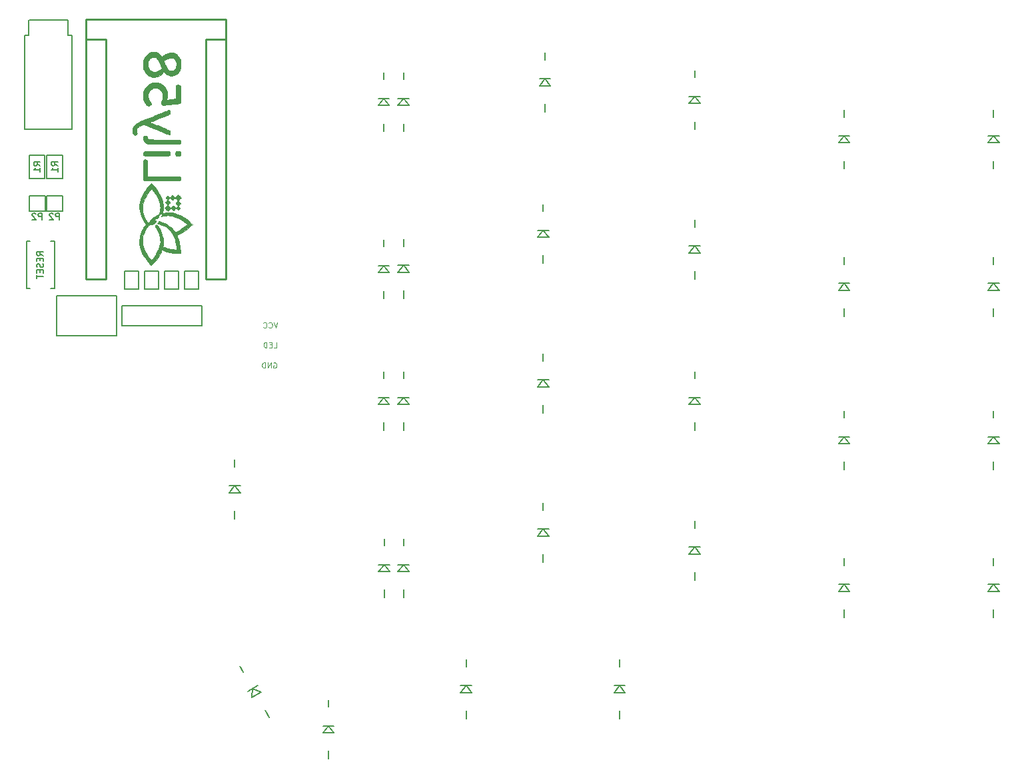
<source format=gbr>
G04 #@! TF.GenerationSoftware,KiCad,Pcbnew,5.1.6-c6e7f7d~87~ubuntu20.04.1*
G04 #@! TF.CreationDate,2020-10-17T21:04:39+01:00*
G04 #@! TF.ProjectId,Lily58,4c696c79-3538-42e6-9b69-6361645f7063,rev?*
G04 #@! TF.SameCoordinates,Original*
G04 #@! TF.FileFunction,Legend,Bot*
G04 #@! TF.FilePolarity,Positive*
%FSLAX46Y46*%
G04 Gerber Fmt 4.6, Leading zero omitted, Abs format (unit mm)*
G04 Created by KiCad (PCBNEW 5.1.6-c6e7f7d~87~ubuntu20.04.1) date 2020-10-17 21:04:39*
%MOMM*%
%LPD*%
G01*
G04 APERTURE LIST*
%ADD10C,0.125000*%
%ADD11C,0.150000*%
%ADD12C,0.010000*%
%ADD13C,0.250000*%
G04 APERTURE END LIST*
D10*
X115233333Y-75816666D02*
X115000000Y-76516666D01*
X114766666Y-75816666D01*
X114133333Y-76450000D02*
X114166666Y-76483333D01*
X114266666Y-76516666D01*
X114333333Y-76516666D01*
X114433333Y-76483333D01*
X114500000Y-76416666D01*
X114533333Y-76350000D01*
X114566666Y-76216666D01*
X114566666Y-76116666D01*
X114533333Y-75983333D01*
X114500000Y-75916666D01*
X114433333Y-75850000D01*
X114333333Y-75816666D01*
X114266666Y-75816666D01*
X114166666Y-75850000D01*
X114133333Y-75883333D01*
X113433333Y-76450000D02*
X113466666Y-76483333D01*
X113566666Y-76516666D01*
X113633333Y-76516666D01*
X113733333Y-76483333D01*
X113800000Y-76416666D01*
X113833333Y-76350000D01*
X113866666Y-76216666D01*
X113866666Y-76116666D01*
X113833333Y-75983333D01*
X113800000Y-75916666D01*
X113733333Y-75850000D01*
X113633333Y-75816666D01*
X113566666Y-75816666D01*
X113466666Y-75850000D01*
X113433333Y-75883333D01*
X114750000Y-79016666D02*
X115083333Y-79016666D01*
X115083333Y-78316666D01*
X114516666Y-78650000D02*
X114283333Y-78650000D01*
X114183333Y-79016666D02*
X114516666Y-79016666D01*
X114516666Y-78316666D01*
X114183333Y-78316666D01*
X113883333Y-79016666D02*
X113883333Y-78316666D01*
X113716666Y-78316666D01*
X113616666Y-78350000D01*
X113550000Y-78416666D01*
X113516666Y-78483333D01*
X113483333Y-78616666D01*
X113483333Y-78716666D01*
X113516666Y-78850000D01*
X113550000Y-78916666D01*
X113616666Y-78983333D01*
X113716666Y-79016666D01*
X113883333Y-79016666D01*
X114733333Y-80950000D02*
X114800000Y-80916666D01*
X114900000Y-80916666D01*
X115000000Y-80950000D01*
X115066666Y-81016666D01*
X115100000Y-81083333D01*
X115133333Y-81216666D01*
X115133333Y-81316666D01*
X115100000Y-81450000D01*
X115066666Y-81516666D01*
X115000000Y-81583333D01*
X114900000Y-81616666D01*
X114833333Y-81616666D01*
X114733333Y-81583333D01*
X114700000Y-81550000D01*
X114700000Y-81316666D01*
X114833333Y-81316666D01*
X114400000Y-81616666D02*
X114400000Y-80916666D01*
X114000000Y-81616666D01*
X114000000Y-80916666D01*
X113666666Y-81616666D02*
X113666666Y-80916666D01*
X113500000Y-80916666D01*
X113400000Y-80950000D01*
X113333333Y-81016666D01*
X113300000Y-81083333D01*
X113266666Y-81216666D01*
X113266666Y-81316666D01*
X113300000Y-81450000D01*
X113333333Y-81516666D01*
X113400000Y-81583333D01*
X113500000Y-81616666D01*
X113666666Y-81616666D01*
D11*
X88650000Y-39300000D02*
X88650000Y-37400000D01*
X89150000Y-39300000D02*
X88650000Y-39300000D01*
X83700000Y-37400000D02*
X88650000Y-37400000D01*
X83650000Y-39300000D02*
X83650000Y-37400000D01*
X83150000Y-51300000D02*
X83150000Y-39300000D01*
X89150000Y-51300000D02*
X83150000Y-51300000D01*
X89150000Y-39300000D02*
X89150000Y-51300000D01*
X83150000Y-39300000D02*
X83650000Y-39300000D01*
D12*
G36*
X101595821Y-49126612D02*
G01*
X101594845Y-49078423D01*
X101594834Y-49073423D01*
X101592969Y-48990784D01*
X101585153Y-48937440D01*
X101568056Y-48900436D01*
X101542879Y-48871288D01*
X101491544Y-48835213D01*
X101438782Y-48819367D01*
X101436821Y-48819334D01*
X101408003Y-48827329D01*
X101343358Y-48850438D01*
X101246073Y-48887346D01*
X101119337Y-48936737D01*
X100966338Y-48997296D01*
X100790264Y-49067708D01*
X100594303Y-49146659D01*
X100381643Y-49232832D01*
X100155472Y-49324913D01*
X99918979Y-49421586D01*
X99675350Y-49521537D01*
X99427775Y-49623450D01*
X99179441Y-49726009D01*
X98933537Y-49827901D01*
X98693250Y-49927809D01*
X98461768Y-50024419D01*
X98242281Y-50116415D01*
X98037975Y-50202483D01*
X97852038Y-50281306D01*
X97687660Y-50351570D01*
X97548028Y-50411960D01*
X97436329Y-50461161D01*
X97355752Y-50497857D01*
X97309486Y-50520733D01*
X97302649Y-50524787D01*
X97135600Y-50657406D01*
X97001050Y-50810896D01*
X96900653Y-50980871D01*
X96836063Y-51162947D01*
X96808933Y-51352738D01*
X96820918Y-51545860D01*
X96859635Y-51699383D01*
X96904951Y-51817435D01*
X96949389Y-51899478D01*
X96996893Y-51951560D01*
X97039816Y-51975742D01*
X97119191Y-51985077D01*
X97208468Y-51961420D01*
X97296216Y-51908344D01*
X97319350Y-51888330D01*
X97362272Y-51842522D01*
X97379012Y-51800579D01*
X97377517Y-51741323D01*
X97376841Y-51735135D01*
X97362186Y-51656483D01*
X97338127Y-51571451D01*
X97330405Y-51549834D01*
X97302462Y-51420824D01*
X97315216Y-51292211D01*
X97367175Y-51167895D01*
X97456849Y-51051778D01*
X97552334Y-50969176D01*
X97614068Y-50929529D01*
X97699108Y-50882790D01*
X97799642Y-50832404D01*
X97907860Y-50781818D01*
X98015954Y-50734476D01*
X98116113Y-50693826D01*
X98200528Y-50663311D01*
X98261387Y-50646379D01*
X98287495Y-50644821D01*
X98312428Y-50654465D01*
X98373328Y-50679313D01*
X98467164Y-50718099D01*
X98590904Y-50769554D01*
X98741519Y-50832411D01*
X98915976Y-50905405D01*
X99111246Y-50987267D01*
X99324297Y-51076730D01*
X99552098Y-51172527D01*
X99791619Y-51273391D01*
X99866109Y-51304788D01*
X100155432Y-51426746D01*
X100408304Y-51533174D01*
X100627304Y-51624939D01*
X100815010Y-51702906D01*
X100974001Y-51767943D01*
X101106854Y-51820916D01*
X101216149Y-51862693D01*
X101304463Y-51894141D01*
X101374374Y-51916126D01*
X101428461Y-51929515D01*
X101469302Y-51935175D01*
X101499475Y-51933973D01*
X101521558Y-51926776D01*
X101538131Y-51914451D01*
X101551770Y-51897864D01*
X101565055Y-51877882D01*
X101566055Y-51876354D01*
X101586197Y-51819827D01*
X101595257Y-51738580D01*
X101594026Y-51646310D01*
X101583296Y-51556713D01*
X101563859Y-51483485D01*
X101541079Y-51444339D01*
X101515276Y-51429890D01*
X101454297Y-51401366D01*
X101362249Y-51360466D01*
X101243241Y-51308890D01*
X101101381Y-51248335D01*
X100940777Y-51180501D01*
X100765539Y-51107086D01*
X100579773Y-51029789D01*
X100387589Y-50950310D01*
X100193094Y-50870347D01*
X100000397Y-50791598D01*
X99813606Y-50715763D01*
X99636830Y-50644541D01*
X99474176Y-50579630D01*
X99329753Y-50522729D01*
X99207670Y-50475538D01*
X99112034Y-50439754D01*
X99109409Y-50438800D01*
X98920568Y-50370182D01*
X99003576Y-50343406D01*
X99037696Y-50330953D01*
X99107496Y-50304266D01*
X99209329Y-50264777D01*
X99339548Y-50213917D01*
X99494504Y-50153117D01*
X99670550Y-50083810D01*
X99864038Y-50007426D01*
X100071321Y-49925398D01*
X100288751Y-49839156D01*
X100309209Y-49831031D01*
X100565644Y-49729347D01*
X100785684Y-49642097D01*
X100972099Y-49567647D01*
X101127660Y-49504366D01*
X101255137Y-49450621D01*
X101357302Y-49404778D01*
X101436923Y-49365205D01*
X101496773Y-49330270D01*
X101539622Y-49298339D01*
X101568241Y-49267781D01*
X101585399Y-49236961D01*
X101593868Y-49204249D01*
X101596418Y-49168010D01*
X101595821Y-49126612D01*
G37*
X101595821Y-49126612D02*
X101594845Y-49078423D01*
X101594834Y-49073423D01*
X101592969Y-48990784D01*
X101585153Y-48937440D01*
X101568056Y-48900436D01*
X101542879Y-48871288D01*
X101491544Y-48835213D01*
X101438782Y-48819367D01*
X101436821Y-48819334D01*
X101408003Y-48827329D01*
X101343358Y-48850438D01*
X101246073Y-48887346D01*
X101119337Y-48936737D01*
X100966338Y-48997296D01*
X100790264Y-49067708D01*
X100594303Y-49146659D01*
X100381643Y-49232832D01*
X100155472Y-49324913D01*
X99918979Y-49421586D01*
X99675350Y-49521537D01*
X99427775Y-49623450D01*
X99179441Y-49726009D01*
X98933537Y-49827901D01*
X98693250Y-49927809D01*
X98461768Y-50024419D01*
X98242281Y-50116415D01*
X98037975Y-50202483D01*
X97852038Y-50281306D01*
X97687660Y-50351570D01*
X97548028Y-50411960D01*
X97436329Y-50461161D01*
X97355752Y-50497857D01*
X97309486Y-50520733D01*
X97302649Y-50524787D01*
X97135600Y-50657406D01*
X97001050Y-50810896D01*
X96900653Y-50980871D01*
X96836063Y-51162947D01*
X96808933Y-51352738D01*
X96820918Y-51545860D01*
X96859635Y-51699383D01*
X96904951Y-51817435D01*
X96949389Y-51899478D01*
X96996893Y-51951560D01*
X97039816Y-51975742D01*
X97119191Y-51985077D01*
X97208468Y-51961420D01*
X97296216Y-51908344D01*
X97319350Y-51888330D01*
X97362272Y-51842522D01*
X97379012Y-51800579D01*
X97377517Y-51741323D01*
X97376841Y-51735135D01*
X97362186Y-51656483D01*
X97338127Y-51571451D01*
X97330405Y-51549834D01*
X97302462Y-51420824D01*
X97315216Y-51292211D01*
X97367175Y-51167895D01*
X97456849Y-51051778D01*
X97552334Y-50969176D01*
X97614068Y-50929529D01*
X97699108Y-50882790D01*
X97799642Y-50832404D01*
X97907860Y-50781818D01*
X98015954Y-50734476D01*
X98116113Y-50693826D01*
X98200528Y-50663311D01*
X98261387Y-50646379D01*
X98287495Y-50644821D01*
X98312428Y-50654465D01*
X98373328Y-50679313D01*
X98467164Y-50718099D01*
X98590904Y-50769554D01*
X98741519Y-50832411D01*
X98915976Y-50905405D01*
X99111246Y-50987267D01*
X99324297Y-51076730D01*
X99552098Y-51172527D01*
X99791619Y-51273391D01*
X99866109Y-51304788D01*
X100155432Y-51426746D01*
X100408304Y-51533174D01*
X100627304Y-51624939D01*
X100815010Y-51702906D01*
X100974001Y-51767943D01*
X101106854Y-51820916D01*
X101216149Y-51862693D01*
X101304463Y-51894141D01*
X101374374Y-51916126D01*
X101428461Y-51929515D01*
X101469302Y-51935175D01*
X101499475Y-51933973D01*
X101521558Y-51926776D01*
X101538131Y-51914451D01*
X101551770Y-51897864D01*
X101565055Y-51877882D01*
X101566055Y-51876354D01*
X101586197Y-51819827D01*
X101595257Y-51738580D01*
X101594026Y-51646310D01*
X101583296Y-51556713D01*
X101563859Y-51483485D01*
X101541079Y-51444339D01*
X101515276Y-51429890D01*
X101454297Y-51401366D01*
X101362249Y-51360466D01*
X101243241Y-51308890D01*
X101101381Y-51248335D01*
X100940777Y-51180501D01*
X100765539Y-51107086D01*
X100579773Y-51029789D01*
X100387589Y-50950310D01*
X100193094Y-50870347D01*
X100000397Y-50791598D01*
X99813606Y-50715763D01*
X99636830Y-50644541D01*
X99474176Y-50579630D01*
X99329753Y-50522729D01*
X99207670Y-50475538D01*
X99112034Y-50439754D01*
X99109409Y-50438800D01*
X98920568Y-50370182D01*
X99003576Y-50343406D01*
X99037696Y-50330953D01*
X99107496Y-50304266D01*
X99209329Y-50264777D01*
X99339548Y-50213917D01*
X99494504Y-50153117D01*
X99670550Y-50083810D01*
X99864038Y-50007426D01*
X100071321Y-49925398D01*
X100288751Y-49839156D01*
X100309209Y-49831031D01*
X100565644Y-49729347D01*
X100785684Y-49642097D01*
X100972099Y-49567647D01*
X101127660Y-49504366D01*
X101255137Y-49450621D01*
X101357302Y-49404778D01*
X101436923Y-49365205D01*
X101496773Y-49330270D01*
X101539622Y-49298339D01*
X101568241Y-49267781D01*
X101585399Y-49236961D01*
X101593868Y-49204249D01*
X101596418Y-49168010D01*
X101595821Y-49126612D01*
G36*
X104230084Y-63178046D02*
G01*
X103901277Y-62884675D01*
X103565242Y-62626395D01*
X103223807Y-62403870D01*
X102878803Y-62217762D01*
X102532056Y-62068734D01*
X102185396Y-61957449D01*
X101840651Y-61884569D01*
X101499650Y-61850756D01*
X101164222Y-61856675D01*
X100836195Y-61902986D01*
X100758893Y-61920156D01*
X100677080Y-61938440D01*
X100629342Y-61945411D01*
X100609076Y-61941473D01*
X100608699Y-61929363D01*
X100618161Y-61896028D01*
X100633462Y-61833070D01*
X100651768Y-61752301D01*
X100657587Y-61725598D01*
X100672382Y-61645056D01*
X100682965Y-61556147D01*
X100689859Y-61450596D01*
X100693586Y-61320125D01*
X100694668Y-61156458D01*
X100694652Y-61138334D01*
X100692548Y-60954617D01*
X100685475Y-60800954D01*
X100671412Y-60665363D01*
X100648334Y-60535864D01*
X100614220Y-60400475D01*
X100567047Y-60247216D01*
X100521332Y-60111750D01*
X100400151Y-59809284D01*
X100243772Y-59498038D01*
X100056429Y-59184640D01*
X99842353Y-58875715D01*
X99605777Y-58577892D01*
X99385693Y-58333750D01*
X99203267Y-58143250D01*
X98981622Y-58371426D01*
X98717007Y-58665354D01*
X98478732Y-58973881D01*
X98268403Y-59293376D01*
X98087629Y-59620208D01*
X97938016Y-59950747D01*
X97821174Y-60281360D01*
X97738708Y-60608417D01*
X97692228Y-60928287D01*
X97683340Y-61237338D01*
X97686204Y-61297356D01*
X97725604Y-61627027D01*
X97802964Y-61965282D01*
X97916314Y-62306639D01*
X98063686Y-62645618D01*
X98243110Y-62976739D01*
X98351129Y-63148081D01*
X98497801Y-63369245D01*
X98429183Y-63459139D01*
X98292519Y-63657895D01*
X98159525Y-63888345D01*
X98034953Y-64139864D01*
X97923555Y-64401829D01*
X97830086Y-64663613D01*
X97759298Y-64914592D01*
X97740718Y-64998123D01*
X97716826Y-65145866D01*
X97699534Y-65316506D01*
X97689435Y-65496210D01*
X97687118Y-65671146D01*
X97693175Y-65827481D01*
X97701723Y-65911417D01*
X97752866Y-66185695D01*
X97831208Y-66474169D01*
X97932189Y-66763044D01*
X98051246Y-67038527D01*
X98118211Y-67170834D01*
X98249851Y-67398801D01*
X98404169Y-67635925D01*
X98573403Y-67871736D01*
X98749796Y-68095767D01*
X98925588Y-68297548D01*
X99043840Y-68419667D01*
X99205933Y-68578417D01*
X99206881Y-68577429D01*
X99206881Y-67900573D01*
X99160075Y-67858495D01*
X99114021Y-67811022D01*
X99049730Y-67736541D01*
X98973209Y-67642746D01*
X98890466Y-67537334D01*
X98807509Y-67427999D01*
X98730345Y-67322437D01*
X98664984Y-67228341D01*
X98647980Y-67202584D01*
X98492494Y-66943757D01*
X98355497Y-66676353D01*
X98240712Y-66409038D01*
X98151861Y-66150478D01*
X98092839Y-65910256D01*
X98073957Y-65763314D01*
X98065468Y-65588498D01*
X98066904Y-65398851D01*
X98077794Y-65207416D01*
X98097671Y-65027235D01*
X98126064Y-64871350D01*
X98130918Y-64851308D01*
X98225208Y-64543925D01*
X98354462Y-64234455D01*
X98520792Y-63918103D01*
X98601457Y-63783254D01*
X98699129Y-63639672D01*
X98742773Y-63590687D01*
X98742773Y-63140682D01*
X98737723Y-63138824D01*
X98713231Y-63111668D01*
X98673426Y-63054022D01*
X98622477Y-62972979D01*
X98564552Y-62875633D01*
X98503819Y-62769080D01*
X98444447Y-62660412D01*
X98390604Y-62556725D01*
X98364470Y-62503584D01*
X98246826Y-62235593D01*
X98160172Y-61983883D01*
X98102090Y-61738730D01*
X98070164Y-61490413D01*
X98061852Y-61286500D01*
X98064267Y-61149806D01*
X98072379Y-61010703D01*
X98084969Y-60887021D01*
X98092637Y-60836110D01*
X98159536Y-60553800D01*
X98262402Y-60259544D01*
X98398567Y-59958701D01*
X98565364Y-59656628D01*
X98760124Y-59358683D01*
X98959332Y-59095750D01*
X99025492Y-59015474D01*
X99086371Y-58943910D01*
X99134554Y-58889638D01*
X99159872Y-58863622D01*
X99205887Y-58821993D01*
X99279018Y-58905955D01*
X99530155Y-59215265D01*
X99751349Y-59531173D01*
X99940502Y-59849808D01*
X100095514Y-60167299D01*
X100214284Y-60479772D01*
X100293311Y-60776511D01*
X100328612Y-61022810D01*
X100338473Y-61284873D01*
X100323470Y-61548799D01*
X100284185Y-61800691D01*
X100244137Y-61957216D01*
X100207000Y-62079197D01*
X99911375Y-62228661D01*
X99688220Y-62345760D01*
X99501740Y-62453597D01*
X99348101Y-62555204D01*
X99223470Y-62653615D01*
X99124014Y-62751862D01*
X99045899Y-62852977D01*
X98985292Y-62959993D01*
X98984315Y-62962040D01*
X98946109Y-63037505D01*
X98914518Y-63083588D01*
X98880639Y-63110293D01*
X98837440Y-63127062D01*
X98781598Y-63139613D01*
X98742773Y-63140682D01*
X98742773Y-63590687D01*
X98794751Y-63532346D01*
X98895455Y-63456207D01*
X99008374Y-63406185D01*
X99140639Y-63377212D01*
X99179431Y-63372463D01*
X99347205Y-63341316D01*
X99488116Y-63283834D01*
X99609774Y-63195301D01*
X99719790Y-63071001D01*
X99761083Y-63011962D01*
X99800113Y-62949319D01*
X99815247Y-62908563D01*
X99802352Y-62885487D01*
X99757294Y-62875880D01*
X99675940Y-62875534D01*
X99628717Y-62877186D01*
X99440601Y-62884584D01*
X99559926Y-62804352D01*
X99635415Y-62756069D01*
X99730981Y-62698394D01*
X99829277Y-62641722D01*
X99856671Y-62626489D01*
X99940342Y-62579277D01*
X99996034Y-62542497D01*
X100033284Y-62506963D01*
X100061627Y-62463489D01*
X100090598Y-62402889D01*
X100091983Y-62399804D01*
X100127090Y-62317987D01*
X100158723Y-62238255D01*
X100176055Y-62189680D01*
X100202256Y-62132366D01*
X100244334Y-62094070D01*
X100294530Y-62069047D01*
X100387589Y-62032202D01*
X100470139Y-62005079D01*
X100533393Y-61990137D01*
X100568569Y-61989831D01*
X100571337Y-61991615D01*
X100570965Y-62016399D01*
X100558133Y-62070424D01*
X100535434Y-62143363D01*
X100527429Y-62166429D01*
X100501849Y-62242212D01*
X100484423Y-62301209D01*
X100478016Y-62333437D01*
X100478647Y-62336369D01*
X100501662Y-62335488D01*
X100555165Y-62325557D01*
X100628780Y-62308583D01*
X100650051Y-62303233D01*
X100969917Y-62241799D01*
X101290184Y-62221225D01*
X101611473Y-62241677D01*
X101934407Y-62303321D01*
X102259608Y-62406323D01*
X102587699Y-62550847D01*
X102919303Y-62737061D01*
X103255040Y-62965128D01*
X103319917Y-63013637D01*
X103415385Y-63087052D01*
X103507854Y-63159917D01*
X103587349Y-63224260D01*
X103643891Y-63272110D01*
X103648000Y-63275772D01*
X103743250Y-63361286D01*
X103658584Y-63436498D01*
X103443088Y-63616271D01*
X103205168Y-63794463D01*
X102960144Y-63960189D01*
X102723334Y-64102566D01*
X102713152Y-64108230D01*
X102645874Y-64143617D01*
X102563728Y-64184040D01*
X102475078Y-64225744D01*
X102388290Y-64264973D01*
X102311730Y-64297970D01*
X102253761Y-64320979D01*
X102222750Y-64330246D01*
X102219892Y-64329704D01*
X102017585Y-64063455D01*
X101781314Y-63815237D01*
X101517571Y-63590615D01*
X101232846Y-63395150D01*
X100951721Y-63242898D01*
X100885951Y-63213972D01*
X100796561Y-63177736D01*
X100691400Y-63137038D01*
X100578318Y-63094726D01*
X100465165Y-63053650D01*
X100359791Y-63016658D01*
X100270048Y-62986598D01*
X100203784Y-62966320D01*
X100168850Y-62958672D01*
X100168450Y-62958667D01*
X100152462Y-62975018D01*
X100122427Y-63017061D01*
X100084914Y-63074279D01*
X100046492Y-63136156D01*
X100013731Y-63192177D01*
X99993199Y-63231824D01*
X99989852Y-63244575D01*
X100013079Y-63254248D01*
X100067477Y-63272302D01*
X100143473Y-63295636D01*
X100187945Y-63308712D01*
X100537153Y-63427951D01*
X100854167Y-63574335D01*
X101139803Y-63748683D01*
X101394876Y-63951815D01*
X101620202Y-64184551D01*
X101816596Y-64447710D01*
X101984872Y-64742111D01*
X102125845Y-65068575D01*
X102218681Y-65350500D01*
X102281333Y-65596755D01*
X102333582Y-65861725D01*
X102372104Y-66126254D01*
X102392584Y-66353076D01*
X102405916Y-66583068D01*
X102302000Y-66570929D01*
X102224188Y-66562539D01*
X102127562Y-66553066D01*
X102049917Y-66546044D01*
X101849323Y-66522763D01*
X101636312Y-66487373D01*
X101420194Y-66442185D01*
X101210281Y-66389511D01*
X101015885Y-66331664D01*
X100846317Y-66270956D01*
X100725374Y-66217175D01*
X100649664Y-66178879D01*
X100679161Y-66013398D01*
X100691791Y-65907489D01*
X100698923Y-65770768D01*
X100700833Y-65614362D01*
X100697799Y-65449398D01*
X100690098Y-65287001D01*
X100678005Y-65138297D01*
X100661799Y-65014413D01*
X100653188Y-64969500D01*
X100577665Y-64690048D01*
X100472948Y-64397448D01*
X100344254Y-64103213D01*
X100196795Y-63818857D01*
X100035786Y-63555895D01*
X99970100Y-63461145D01*
X99897557Y-63360373D01*
X99792750Y-63443821D01*
X99734030Y-63488854D01*
X99686404Y-63522296D01*
X99663118Y-63535545D01*
X99662577Y-63556016D01*
X99684757Y-63605749D01*
X99727284Y-63679911D01*
X99758362Y-63729173D01*
X99943375Y-64042459D01*
X100094529Y-64357633D01*
X100210741Y-64671228D01*
X100290925Y-64979776D01*
X100333999Y-65279811D01*
X100338878Y-65567864D01*
X100338014Y-65583334D01*
X100302186Y-65874906D01*
X100230055Y-66178086D01*
X100123749Y-66486728D01*
X99985395Y-66794686D01*
X99817122Y-67095816D01*
X99810779Y-67106055D01*
X99754882Y-67191017D01*
X99679556Y-67298620D01*
X99592273Y-67418818D01*
X99500509Y-67541570D01*
X99411737Y-67656830D01*
X99333431Y-67754555D01*
X99290229Y-67805579D01*
X99206881Y-67900573D01*
X99206881Y-68577429D01*
X99384924Y-68391699D01*
X99614607Y-68136444D01*
X99830594Y-67865627D01*
X100027948Y-67586590D01*
X100201733Y-67306678D01*
X100347014Y-67033233D01*
X100440404Y-66821530D01*
X100475001Y-66734600D01*
X100503605Y-66663506D01*
X100522806Y-66616678D01*
X100529090Y-66602370D01*
X100549398Y-66606796D01*
X100601210Y-66624378D01*
X100676806Y-66652350D01*
X100768466Y-66687946D01*
X100773353Y-66689884D01*
X101161109Y-66824183D01*
X101569336Y-66928788D01*
X101987759Y-67001912D01*
X102406105Y-67041766D01*
X102814098Y-67046560D01*
X102820412Y-67046344D01*
X102892406Y-67043834D01*
X102879457Y-66678709D01*
X102872826Y-66537282D01*
X102863173Y-66390586D01*
X102851575Y-66252265D01*
X102839113Y-66135968D01*
X102833044Y-66091334D01*
X102790089Y-65848769D01*
X102734045Y-65598345D01*
X102668048Y-65351404D01*
X102595236Y-65119287D01*
X102518746Y-64913336D01*
X102485901Y-64836524D01*
X102424987Y-64700759D01*
X102597285Y-64631631D01*
X102908141Y-64490270D01*
X103225426Y-64314456D01*
X103541122Y-64109526D01*
X103847211Y-63880821D01*
X104135675Y-63633678D01*
X104230678Y-63544112D01*
X104420583Y-63360395D01*
X104230084Y-63178046D01*
G37*
X104230084Y-63178046D02*
X103901277Y-62884675D01*
X103565242Y-62626395D01*
X103223807Y-62403870D01*
X102878803Y-62217762D01*
X102532056Y-62068734D01*
X102185396Y-61957449D01*
X101840651Y-61884569D01*
X101499650Y-61850756D01*
X101164222Y-61856675D01*
X100836195Y-61902986D01*
X100758893Y-61920156D01*
X100677080Y-61938440D01*
X100629342Y-61945411D01*
X100609076Y-61941473D01*
X100608699Y-61929363D01*
X100618161Y-61896028D01*
X100633462Y-61833070D01*
X100651768Y-61752301D01*
X100657587Y-61725598D01*
X100672382Y-61645056D01*
X100682965Y-61556147D01*
X100689859Y-61450596D01*
X100693586Y-61320125D01*
X100694668Y-61156458D01*
X100694652Y-61138334D01*
X100692548Y-60954617D01*
X100685475Y-60800954D01*
X100671412Y-60665363D01*
X100648334Y-60535864D01*
X100614220Y-60400475D01*
X100567047Y-60247216D01*
X100521332Y-60111750D01*
X100400151Y-59809284D01*
X100243772Y-59498038D01*
X100056429Y-59184640D01*
X99842353Y-58875715D01*
X99605777Y-58577892D01*
X99385693Y-58333750D01*
X99203267Y-58143250D01*
X98981622Y-58371426D01*
X98717007Y-58665354D01*
X98478732Y-58973881D01*
X98268403Y-59293376D01*
X98087629Y-59620208D01*
X97938016Y-59950747D01*
X97821174Y-60281360D01*
X97738708Y-60608417D01*
X97692228Y-60928287D01*
X97683340Y-61237338D01*
X97686204Y-61297356D01*
X97725604Y-61627027D01*
X97802964Y-61965282D01*
X97916314Y-62306639D01*
X98063686Y-62645618D01*
X98243110Y-62976739D01*
X98351129Y-63148081D01*
X98497801Y-63369245D01*
X98429183Y-63459139D01*
X98292519Y-63657895D01*
X98159525Y-63888345D01*
X98034953Y-64139864D01*
X97923555Y-64401829D01*
X97830086Y-64663613D01*
X97759298Y-64914592D01*
X97740718Y-64998123D01*
X97716826Y-65145866D01*
X97699534Y-65316506D01*
X97689435Y-65496210D01*
X97687118Y-65671146D01*
X97693175Y-65827481D01*
X97701723Y-65911417D01*
X97752866Y-66185695D01*
X97831208Y-66474169D01*
X97932189Y-66763044D01*
X98051246Y-67038527D01*
X98118211Y-67170834D01*
X98249851Y-67398801D01*
X98404169Y-67635925D01*
X98573403Y-67871736D01*
X98749796Y-68095767D01*
X98925588Y-68297548D01*
X99043840Y-68419667D01*
X99205933Y-68578417D01*
X99206881Y-68577429D01*
X99206881Y-67900573D01*
X99160075Y-67858495D01*
X99114021Y-67811022D01*
X99049730Y-67736541D01*
X98973209Y-67642746D01*
X98890466Y-67537334D01*
X98807509Y-67427999D01*
X98730345Y-67322437D01*
X98664984Y-67228341D01*
X98647980Y-67202584D01*
X98492494Y-66943757D01*
X98355497Y-66676353D01*
X98240712Y-66409038D01*
X98151861Y-66150478D01*
X98092839Y-65910256D01*
X98073957Y-65763314D01*
X98065468Y-65588498D01*
X98066904Y-65398851D01*
X98077794Y-65207416D01*
X98097671Y-65027235D01*
X98126064Y-64871350D01*
X98130918Y-64851308D01*
X98225208Y-64543925D01*
X98354462Y-64234455D01*
X98520792Y-63918103D01*
X98601457Y-63783254D01*
X98699129Y-63639672D01*
X98742773Y-63590687D01*
X98742773Y-63140682D01*
X98737723Y-63138824D01*
X98713231Y-63111668D01*
X98673426Y-63054022D01*
X98622477Y-62972979D01*
X98564552Y-62875633D01*
X98503819Y-62769080D01*
X98444447Y-62660412D01*
X98390604Y-62556725D01*
X98364470Y-62503584D01*
X98246826Y-62235593D01*
X98160172Y-61983883D01*
X98102090Y-61738730D01*
X98070164Y-61490413D01*
X98061852Y-61286500D01*
X98064267Y-61149806D01*
X98072379Y-61010703D01*
X98084969Y-60887021D01*
X98092637Y-60836110D01*
X98159536Y-60553800D01*
X98262402Y-60259544D01*
X98398567Y-59958701D01*
X98565364Y-59656628D01*
X98760124Y-59358683D01*
X98959332Y-59095750D01*
X99025492Y-59015474D01*
X99086371Y-58943910D01*
X99134554Y-58889638D01*
X99159872Y-58863622D01*
X99205887Y-58821993D01*
X99279018Y-58905955D01*
X99530155Y-59215265D01*
X99751349Y-59531173D01*
X99940502Y-59849808D01*
X100095514Y-60167299D01*
X100214284Y-60479772D01*
X100293311Y-60776511D01*
X100328612Y-61022810D01*
X100338473Y-61284873D01*
X100323470Y-61548799D01*
X100284185Y-61800691D01*
X100244137Y-61957216D01*
X100207000Y-62079197D01*
X99911375Y-62228661D01*
X99688220Y-62345760D01*
X99501740Y-62453597D01*
X99348101Y-62555204D01*
X99223470Y-62653615D01*
X99124014Y-62751862D01*
X99045899Y-62852977D01*
X98985292Y-62959993D01*
X98984315Y-62962040D01*
X98946109Y-63037505D01*
X98914518Y-63083588D01*
X98880639Y-63110293D01*
X98837440Y-63127062D01*
X98781598Y-63139613D01*
X98742773Y-63140682D01*
X98742773Y-63590687D01*
X98794751Y-63532346D01*
X98895455Y-63456207D01*
X99008374Y-63406185D01*
X99140639Y-63377212D01*
X99179431Y-63372463D01*
X99347205Y-63341316D01*
X99488116Y-63283834D01*
X99609774Y-63195301D01*
X99719790Y-63071001D01*
X99761083Y-63011962D01*
X99800113Y-62949319D01*
X99815247Y-62908563D01*
X99802352Y-62885487D01*
X99757294Y-62875880D01*
X99675940Y-62875534D01*
X99628717Y-62877186D01*
X99440601Y-62884584D01*
X99559926Y-62804352D01*
X99635415Y-62756069D01*
X99730981Y-62698394D01*
X99829277Y-62641722D01*
X99856671Y-62626489D01*
X99940342Y-62579277D01*
X99996034Y-62542497D01*
X100033284Y-62506963D01*
X100061627Y-62463489D01*
X100090598Y-62402889D01*
X100091983Y-62399804D01*
X100127090Y-62317987D01*
X100158723Y-62238255D01*
X100176055Y-62189680D01*
X100202256Y-62132366D01*
X100244334Y-62094070D01*
X100294530Y-62069047D01*
X100387589Y-62032202D01*
X100470139Y-62005079D01*
X100533393Y-61990137D01*
X100568569Y-61989831D01*
X100571337Y-61991615D01*
X100570965Y-62016399D01*
X100558133Y-62070424D01*
X100535434Y-62143363D01*
X100527429Y-62166429D01*
X100501849Y-62242212D01*
X100484423Y-62301209D01*
X100478016Y-62333437D01*
X100478647Y-62336369D01*
X100501662Y-62335488D01*
X100555165Y-62325557D01*
X100628780Y-62308583D01*
X100650051Y-62303233D01*
X100969917Y-62241799D01*
X101290184Y-62221225D01*
X101611473Y-62241677D01*
X101934407Y-62303321D01*
X102259608Y-62406323D01*
X102587699Y-62550847D01*
X102919303Y-62737061D01*
X103255040Y-62965128D01*
X103319917Y-63013637D01*
X103415385Y-63087052D01*
X103507854Y-63159917D01*
X103587349Y-63224260D01*
X103643891Y-63272110D01*
X103648000Y-63275772D01*
X103743250Y-63361286D01*
X103658584Y-63436498D01*
X103443088Y-63616271D01*
X103205168Y-63794463D01*
X102960144Y-63960189D01*
X102723334Y-64102566D01*
X102713152Y-64108230D01*
X102645874Y-64143617D01*
X102563728Y-64184040D01*
X102475078Y-64225744D01*
X102388290Y-64264973D01*
X102311730Y-64297970D01*
X102253761Y-64320979D01*
X102222750Y-64330246D01*
X102219892Y-64329704D01*
X102017585Y-64063455D01*
X101781314Y-63815237D01*
X101517571Y-63590615D01*
X101232846Y-63395150D01*
X100951721Y-63242898D01*
X100885951Y-63213972D01*
X100796561Y-63177736D01*
X100691400Y-63137038D01*
X100578318Y-63094726D01*
X100465165Y-63053650D01*
X100359791Y-63016658D01*
X100270048Y-62986598D01*
X100203784Y-62966320D01*
X100168850Y-62958672D01*
X100168450Y-62958667D01*
X100152462Y-62975018D01*
X100122427Y-63017061D01*
X100084914Y-63074279D01*
X100046492Y-63136156D01*
X100013731Y-63192177D01*
X99993199Y-63231824D01*
X99989852Y-63244575D01*
X100013079Y-63254248D01*
X100067477Y-63272302D01*
X100143473Y-63295636D01*
X100187945Y-63308712D01*
X100537153Y-63427951D01*
X100854167Y-63574335D01*
X101139803Y-63748683D01*
X101394876Y-63951815D01*
X101620202Y-64184551D01*
X101816596Y-64447710D01*
X101984872Y-64742111D01*
X102125845Y-65068575D01*
X102218681Y-65350500D01*
X102281333Y-65596755D01*
X102333582Y-65861725D01*
X102372104Y-66126254D01*
X102392584Y-66353076D01*
X102405916Y-66583068D01*
X102302000Y-66570929D01*
X102224188Y-66562539D01*
X102127562Y-66553066D01*
X102049917Y-66546044D01*
X101849323Y-66522763D01*
X101636312Y-66487373D01*
X101420194Y-66442185D01*
X101210281Y-66389511D01*
X101015885Y-66331664D01*
X100846317Y-66270956D01*
X100725374Y-66217175D01*
X100649664Y-66178879D01*
X100679161Y-66013398D01*
X100691791Y-65907489D01*
X100698923Y-65770768D01*
X100700833Y-65614362D01*
X100697799Y-65449398D01*
X100690098Y-65287001D01*
X100678005Y-65138297D01*
X100661799Y-65014413D01*
X100653188Y-64969500D01*
X100577665Y-64690048D01*
X100472948Y-64397448D01*
X100344254Y-64103213D01*
X100196795Y-63818857D01*
X100035786Y-63555895D01*
X99970100Y-63461145D01*
X99897557Y-63360373D01*
X99792750Y-63443821D01*
X99734030Y-63488854D01*
X99686404Y-63522296D01*
X99663118Y-63535545D01*
X99662577Y-63556016D01*
X99684757Y-63605749D01*
X99727284Y-63679911D01*
X99758362Y-63729173D01*
X99943375Y-64042459D01*
X100094529Y-64357633D01*
X100210741Y-64671228D01*
X100290925Y-64979776D01*
X100333999Y-65279811D01*
X100338878Y-65567864D01*
X100338014Y-65583334D01*
X100302186Y-65874906D01*
X100230055Y-66178086D01*
X100123749Y-66486728D01*
X99985395Y-66794686D01*
X99817122Y-67095816D01*
X99810779Y-67106055D01*
X99754882Y-67191017D01*
X99679556Y-67298620D01*
X99592273Y-67418818D01*
X99500509Y-67541570D01*
X99411737Y-67656830D01*
X99333431Y-67754555D01*
X99290229Y-67805579D01*
X99206881Y-67900573D01*
X99206881Y-68577429D01*
X99384924Y-68391699D01*
X99614607Y-68136444D01*
X99830594Y-67865627D01*
X100027948Y-67586590D01*
X100201733Y-67306678D01*
X100347014Y-67033233D01*
X100440404Y-66821530D01*
X100475001Y-66734600D01*
X100503605Y-66663506D01*
X100522806Y-66616678D01*
X100529090Y-66602370D01*
X100549398Y-66606796D01*
X100601210Y-66624378D01*
X100676806Y-66652350D01*
X100768466Y-66687946D01*
X100773353Y-66689884D01*
X101161109Y-66824183D01*
X101569336Y-66928788D01*
X101987759Y-67001912D01*
X102406105Y-67041766D01*
X102814098Y-67046560D01*
X102820412Y-67046344D01*
X102892406Y-67043834D01*
X102879457Y-66678709D01*
X102872826Y-66537282D01*
X102863173Y-66390586D01*
X102851575Y-66252265D01*
X102839113Y-66135968D01*
X102833044Y-66091334D01*
X102790089Y-65848769D01*
X102734045Y-65598345D01*
X102668048Y-65351404D01*
X102595236Y-65119287D01*
X102518746Y-64913336D01*
X102485901Y-64836524D01*
X102424987Y-64700759D01*
X102597285Y-64631631D01*
X102908141Y-64490270D01*
X103225426Y-64314456D01*
X103541122Y-64109526D01*
X103847211Y-63880821D01*
X104135675Y-63633678D01*
X104230678Y-63544112D01*
X104420583Y-63360395D01*
X104230084Y-63178046D01*
G36*
X102886000Y-45752528D02*
G01*
X102838136Y-45696882D01*
X102779472Y-45655785D01*
X102696945Y-45631683D01*
X102602396Y-45624138D01*
X102507669Y-45632715D01*
X102424606Y-45656977D01*
X102365050Y-45696488D01*
X102351380Y-45714821D01*
X102343907Y-45740903D01*
X102337386Y-45793005D01*
X102331705Y-45873757D01*
X102326754Y-45985786D01*
X102322421Y-46131723D01*
X102318595Y-46314196D01*
X102315164Y-46535834D01*
X102314500Y-46586250D01*
X102303917Y-47411750D01*
X101711250Y-47478482D01*
X101558003Y-47495584D01*
X101419165Y-47510785D01*
X101300094Y-47523521D01*
X101206143Y-47533230D01*
X101142668Y-47539350D01*
X101115024Y-47541318D01*
X101114280Y-47541206D01*
X101118814Y-47520952D01*
X101134777Y-47471322D01*
X101158834Y-47402618D01*
X101161547Y-47395124D01*
X101218114Y-47180978D01*
X101239235Y-46946880D01*
X101231090Y-46747327D01*
X101188296Y-46490232D01*
X101110181Y-46250543D01*
X100999131Y-46031395D01*
X100857533Y-45835928D01*
X100687774Y-45667279D01*
X100492239Y-45528584D01*
X100273316Y-45422981D01*
X100205345Y-45398847D01*
X100127044Y-45374251D01*
X100060851Y-45357282D01*
X99995629Y-45346579D01*
X99920238Y-45340778D01*
X99823542Y-45338519D01*
X99711000Y-45338381D01*
X99585675Y-45339460D01*
X99491928Y-45342689D01*
X99419014Y-45349415D01*
X99356184Y-45360988D01*
X99292693Y-45378756D01*
X99234750Y-45398146D01*
X98992418Y-45502762D01*
X98779022Y-45638276D01*
X98594512Y-45804731D01*
X98438842Y-46002169D01*
X98324648Y-46203700D01*
X98253324Y-46385109D01*
X98199527Y-46590004D01*
X98165520Y-46804205D01*
X98153566Y-47013534D01*
X98165485Y-47200676D01*
X98213707Y-47437609D01*
X98288889Y-47665987D01*
X98387370Y-47878194D01*
X98505489Y-48066618D01*
X98639586Y-48223643D01*
X98671958Y-48254205D01*
X98740379Y-48306896D01*
X98802314Y-48329542D01*
X98867129Y-48321695D01*
X98944192Y-48282903D01*
X99009174Y-48238029D01*
X99107220Y-48160133D01*
X99168558Y-48093556D01*
X99194479Y-48030953D01*
X99186270Y-47964978D01*
X99145221Y-47888286D01*
X99084610Y-47808127D01*
X98946851Y-47611335D01*
X98850881Y-47409848D01*
X98796280Y-47202190D01*
X98782625Y-46986885D01*
X98800288Y-46811737D01*
X98850982Y-46626501D01*
X98935915Y-46452852D01*
X99049822Y-46297938D01*
X99187439Y-46168904D01*
X99343500Y-46072896D01*
X99345215Y-46072090D01*
X99401746Y-46047285D01*
X99452610Y-46030849D01*
X99508928Y-46021088D01*
X99581822Y-46016307D01*
X99682414Y-46014812D01*
X99721584Y-46014750D01*
X99831114Y-46015353D01*
X99909628Y-46018465D01*
X99968439Y-46026043D01*
X100018861Y-46040045D01*
X100072206Y-46062427D01*
X100114438Y-46082704D01*
X100278900Y-46186022D01*
X100416968Y-46320283D01*
X100526502Y-46481732D01*
X100605363Y-46666616D01*
X100651412Y-46871181D01*
X100663188Y-47045584D01*
X100657294Y-47191573D01*
X100636767Y-47325663D01*
X100598242Y-47463602D01*
X100542197Y-47611850D01*
X100503869Y-47711498D01*
X100482756Y-47786265D01*
X100475960Y-47848519D01*
X100477739Y-47887016D01*
X100503068Y-48006810D01*
X100551451Y-48102967D01*
X100618901Y-48167918D01*
X100628766Y-48173624D01*
X100646241Y-48182223D01*
X100665886Y-48188829D01*
X100691565Y-48193212D01*
X100727138Y-48195142D01*
X100776468Y-48194391D01*
X100843415Y-48190727D01*
X100931841Y-48183922D01*
X101045609Y-48173745D01*
X101188579Y-48159968D01*
X101364613Y-48142360D01*
X101577573Y-48120691D01*
X101659526Y-48112312D01*
X101904792Y-48087234D01*
X102111442Y-48066028D01*
X102282967Y-48048180D01*
X102422859Y-48033178D01*
X102534607Y-48020510D01*
X102621703Y-48009662D01*
X102687636Y-48000122D01*
X102735898Y-47991377D01*
X102769979Y-47982914D01*
X102793370Y-47974222D01*
X102809560Y-47964787D01*
X102822042Y-47954096D01*
X102834305Y-47941637D01*
X102836480Y-47939445D01*
X102886001Y-47889925D01*
X102886001Y-46821226D01*
X102886000Y-45752528D01*
G37*
X102886000Y-45752528D02*
X102838136Y-45696882D01*
X102779472Y-45655785D01*
X102696945Y-45631683D01*
X102602396Y-45624138D01*
X102507669Y-45632715D01*
X102424606Y-45656977D01*
X102365050Y-45696488D01*
X102351380Y-45714821D01*
X102343907Y-45740903D01*
X102337386Y-45793005D01*
X102331705Y-45873757D01*
X102326754Y-45985786D01*
X102322421Y-46131723D01*
X102318595Y-46314196D01*
X102315164Y-46535834D01*
X102314500Y-46586250D01*
X102303917Y-47411750D01*
X101711250Y-47478482D01*
X101558003Y-47495584D01*
X101419165Y-47510785D01*
X101300094Y-47523521D01*
X101206143Y-47533230D01*
X101142668Y-47539350D01*
X101115024Y-47541318D01*
X101114280Y-47541206D01*
X101118814Y-47520952D01*
X101134777Y-47471322D01*
X101158834Y-47402618D01*
X101161547Y-47395124D01*
X101218114Y-47180978D01*
X101239235Y-46946880D01*
X101231090Y-46747327D01*
X101188296Y-46490232D01*
X101110181Y-46250543D01*
X100999131Y-46031395D01*
X100857533Y-45835928D01*
X100687774Y-45667279D01*
X100492239Y-45528584D01*
X100273316Y-45422981D01*
X100205345Y-45398847D01*
X100127044Y-45374251D01*
X100060851Y-45357282D01*
X99995629Y-45346579D01*
X99920238Y-45340778D01*
X99823542Y-45338519D01*
X99711000Y-45338381D01*
X99585675Y-45339460D01*
X99491928Y-45342689D01*
X99419014Y-45349415D01*
X99356184Y-45360988D01*
X99292693Y-45378756D01*
X99234750Y-45398146D01*
X98992418Y-45502762D01*
X98779022Y-45638276D01*
X98594512Y-45804731D01*
X98438842Y-46002169D01*
X98324648Y-46203700D01*
X98253324Y-46385109D01*
X98199527Y-46590004D01*
X98165520Y-46804205D01*
X98153566Y-47013534D01*
X98165485Y-47200676D01*
X98213707Y-47437609D01*
X98288889Y-47665987D01*
X98387370Y-47878194D01*
X98505489Y-48066618D01*
X98639586Y-48223643D01*
X98671958Y-48254205D01*
X98740379Y-48306896D01*
X98802314Y-48329542D01*
X98867129Y-48321695D01*
X98944192Y-48282903D01*
X99009174Y-48238029D01*
X99107220Y-48160133D01*
X99168558Y-48093556D01*
X99194479Y-48030953D01*
X99186270Y-47964978D01*
X99145221Y-47888286D01*
X99084610Y-47808127D01*
X98946851Y-47611335D01*
X98850881Y-47409848D01*
X98796280Y-47202190D01*
X98782625Y-46986885D01*
X98800288Y-46811737D01*
X98850982Y-46626501D01*
X98935915Y-46452852D01*
X99049822Y-46297938D01*
X99187439Y-46168904D01*
X99343500Y-46072896D01*
X99345215Y-46072090D01*
X99401746Y-46047285D01*
X99452610Y-46030849D01*
X99508928Y-46021088D01*
X99581822Y-46016307D01*
X99682414Y-46014812D01*
X99721584Y-46014750D01*
X99831114Y-46015353D01*
X99909628Y-46018465D01*
X99968439Y-46026043D01*
X100018861Y-46040045D01*
X100072206Y-46062427D01*
X100114438Y-46082704D01*
X100278900Y-46186022D01*
X100416968Y-46320283D01*
X100526502Y-46481732D01*
X100605363Y-46666616D01*
X100651412Y-46871181D01*
X100663188Y-47045584D01*
X100657294Y-47191573D01*
X100636767Y-47325663D01*
X100598242Y-47463602D01*
X100542197Y-47611850D01*
X100503869Y-47711498D01*
X100482756Y-47786265D01*
X100475960Y-47848519D01*
X100477739Y-47887016D01*
X100503068Y-48006810D01*
X100551451Y-48102967D01*
X100618901Y-48167918D01*
X100628766Y-48173624D01*
X100646241Y-48182223D01*
X100665886Y-48188829D01*
X100691565Y-48193212D01*
X100727138Y-48195142D01*
X100776468Y-48194391D01*
X100843415Y-48190727D01*
X100931841Y-48183922D01*
X101045609Y-48173745D01*
X101188579Y-48159968D01*
X101364613Y-48142360D01*
X101577573Y-48120691D01*
X101659526Y-48112312D01*
X101904792Y-48087234D01*
X102111442Y-48066028D01*
X102282967Y-48048180D01*
X102422859Y-48033178D01*
X102534607Y-48020510D01*
X102621703Y-48009662D01*
X102687636Y-48000122D01*
X102735898Y-47991377D01*
X102769979Y-47982914D01*
X102793370Y-47974222D01*
X102809560Y-47964787D01*
X102822042Y-47954096D01*
X102834305Y-47941637D01*
X102836480Y-47939445D01*
X102886001Y-47889925D01*
X102886001Y-46821226D01*
X102886000Y-45752528D01*
G36*
X102955361Y-42821871D02*
G01*
X102943007Y-42674750D01*
X102919533Y-42544717D01*
X102882290Y-42419349D01*
X102828627Y-42286225D01*
X102789062Y-42200830D01*
X102676329Y-42010136D01*
X102535887Y-41847344D01*
X102371699Y-41715672D01*
X102187726Y-41618336D01*
X102001250Y-41561220D01*
X101857081Y-41542671D01*
X101694458Y-41539783D01*
X101534107Y-41552186D01*
X101426853Y-41571526D01*
X101308956Y-41608083D01*
X101174896Y-41662872D01*
X101033649Y-41730899D01*
X100894188Y-41807171D01*
X100765490Y-41886696D01*
X100656527Y-41964480D01*
X100576276Y-42035530D01*
X100559936Y-42053824D01*
X100541704Y-42069812D01*
X100522699Y-42065384D01*
X100495672Y-42035244D01*
X100455802Y-41977729D01*
X100377356Y-41874769D01*
X100280536Y-41769136D01*
X100176341Y-41671407D01*
X100075769Y-41592156D01*
X100015725Y-41554572D01*
X99828407Y-41477023D01*
X99629801Y-41437476D01*
X99425343Y-41435045D01*
X99220469Y-41468842D01*
X99020612Y-41537979D01*
X98831208Y-41641569D01*
X98660757Y-41775857D01*
X98493745Y-41960172D01*
X98358182Y-42171220D01*
X98255641Y-42405745D01*
X98187696Y-42660488D01*
X98166617Y-42799347D01*
X98154550Y-42915731D01*
X98149035Y-43008978D01*
X98150179Y-43096053D01*
X98158093Y-43193920D01*
X98169797Y-43294834D01*
X98214880Y-43523311D01*
X98290793Y-43747264D01*
X98393097Y-43957031D01*
X98517351Y-44142952D01*
X98606723Y-44245356D01*
X98785697Y-44400412D01*
X98979626Y-44517696D01*
X99184897Y-44597478D01*
X99397896Y-44640030D01*
X99584450Y-44644834D01*
X99584450Y-43990783D01*
X99412345Y-43965882D01*
X99247341Y-43902508D01*
X99092812Y-43800164D01*
X99047072Y-43759988D01*
X98915876Y-43609205D01*
X98819536Y-43437160D01*
X98759454Y-43248535D01*
X98737031Y-43048009D01*
X98753670Y-42840263D01*
X98760653Y-42803751D01*
X98805561Y-42657483D01*
X98875989Y-42510542D01*
X98962876Y-42380423D01*
X99004983Y-42331966D01*
X99130404Y-42227519D01*
X99272391Y-42154505D01*
X99423267Y-42114667D01*
X99575358Y-42109750D01*
X99720986Y-42141499D01*
X99764346Y-42159397D01*
X99839982Y-42201426D01*
X99910777Y-42256584D01*
X99979261Y-42328701D01*
X100047966Y-42421607D01*
X100119420Y-42539131D01*
X100196153Y-42685102D01*
X100280696Y-42863351D01*
X100375579Y-43077708D01*
X100384157Y-43097614D01*
X100531517Y-43440143D01*
X100433467Y-43555599D01*
X100276440Y-43715604D01*
X100109652Y-43839622D01*
X99936476Y-43927156D01*
X99760285Y-43977709D01*
X99584450Y-43990783D01*
X99584450Y-44644834D01*
X99615008Y-44645621D01*
X99832620Y-44614523D01*
X100047116Y-44547005D01*
X100254884Y-44443340D01*
X100452308Y-44303797D01*
X100635774Y-44128647D01*
X100669154Y-44090903D01*
X100726743Y-44025568D01*
X100774292Y-43974551D01*
X100805031Y-43944971D01*
X100812265Y-43940417D01*
X100831229Y-43955565D01*
X100869458Y-43995772D01*
X100919588Y-44053186D01*
X100933634Y-44069927D01*
X101084842Y-44220453D01*
X101255914Y-44335373D01*
X101442611Y-44413882D01*
X101640690Y-44455173D01*
X101743000Y-44456801D01*
X101743000Y-43811152D01*
X101623921Y-43802126D01*
X101515979Y-43773046D01*
X101416425Y-43721008D01*
X101322504Y-43643107D01*
X101231465Y-43536437D01*
X101140555Y-43398096D01*
X101047022Y-43225178D01*
X100948113Y-43014778D01*
X100913430Y-42935715D01*
X100866428Y-42826257D01*
X100825867Y-42730386D01*
X100794537Y-42654813D01*
X100775227Y-42606246D01*
X100770308Y-42591534D01*
X100785148Y-42571444D01*
X100824824Y-42534246D01*
X100874934Y-42492680D01*
X101079015Y-42353094D01*
X101284620Y-42255785D01*
X101491830Y-42200723D01*
X101647750Y-42187138D01*
X101812197Y-42196954D01*
X101950179Y-42232647D01*
X102070922Y-42297324D01*
X102141167Y-42353340D01*
X102243536Y-42472492D01*
X102319927Y-42617490D01*
X102370003Y-42780495D01*
X102393424Y-42953667D01*
X102389851Y-43129166D01*
X102358945Y-43299152D01*
X102300367Y-43455786D01*
X102213777Y-43591226D01*
X102195616Y-43612278D01*
X102080257Y-43715254D01*
X101952312Y-43779811D01*
X101805206Y-43808837D01*
X101743000Y-43811152D01*
X101743000Y-44456801D01*
X101845910Y-44458440D01*
X102054029Y-44422876D01*
X102260807Y-44347676D01*
X102298517Y-44329384D01*
X102442621Y-44237081D01*
X102580172Y-44112352D01*
X102701787Y-43965010D01*
X102796085Y-43808906D01*
X102860143Y-43666726D01*
X102906274Y-43528717D01*
X102936691Y-43383885D01*
X102953607Y-43221237D01*
X102959236Y-43029781D01*
X102959246Y-42998500D01*
X102955361Y-42821871D01*
G37*
X102955361Y-42821871D02*
X102943007Y-42674750D01*
X102919533Y-42544717D01*
X102882290Y-42419349D01*
X102828627Y-42286225D01*
X102789062Y-42200830D01*
X102676329Y-42010136D01*
X102535887Y-41847344D01*
X102371699Y-41715672D01*
X102187726Y-41618336D01*
X102001250Y-41561220D01*
X101857081Y-41542671D01*
X101694458Y-41539783D01*
X101534107Y-41552186D01*
X101426853Y-41571526D01*
X101308956Y-41608083D01*
X101174896Y-41662872D01*
X101033649Y-41730899D01*
X100894188Y-41807171D01*
X100765490Y-41886696D01*
X100656527Y-41964480D01*
X100576276Y-42035530D01*
X100559936Y-42053824D01*
X100541704Y-42069812D01*
X100522699Y-42065384D01*
X100495672Y-42035244D01*
X100455802Y-41977729D01*
X100377356Y-41874769D01*
X100280536Y-41769136D01*
X100176341Y-41671407D01*
X100075769Y-41592156D01*
X100015725Y-41554572D01*
X99828407Y-41477023D01*
X99629801Y-41437476D01*
X99425343Y-41435045D01*
X99220469Y-41468842D01*
X99020612Y-41537979D01*
X98831208Y-41641569D01*
X98660757Y-41775857D01*
X98493745Y-41960172D01*
X98358182Y-42171220D01*
X98255641Y-42405745D01*
X98187696Y-42660488D01*
X98166617Y-42799347D01*
X98154550Y-42915731D01*
X98149035Y-43008978D01*
X98150179Y-43096053D01*
X98158093Y-43193920D01*
X98169797Y-43294834D01*
X98214880Y-43523311D01*
X98290793Y-43747264D01*
X98393097Y-43957031D01*
X98517351Y-44142952D01*
X98606723Y-44245356D01*
X98785697Y-44400412D01*
X98979626Y-44517696D01*
X99184897Y-44597478D01*
X99397896Y-44640030D01*
X99584450Y-44644834D01*
X99584450Y-43990783D01*
X99412345Y-43965882D01*
X99247341Y-43902508D01*
X99092812Y-43800164D01*
X99047072Y-43759988D01*
X98915876Y-43609205D01*
X98819536Y-43437160D01*
X98759454Y-43248535D01*
X98737031Y-43048009D01*
X98753670Y-42840263D01*
X98760653Y-42803751D01*
X98805561Y-42657483D01*
X98875989Y-42510542D01*
X98962876Y-42380423D01*
X99004983Y-42331966D01*
X99130404Y-42227519D01*
X99272391Y-42154505D01*
X99423267Y-42114667D01*
X99575358Y-42109750D01*
X99720986Y-42141499D01*
X99764346Y-42159397D01*
X99839982Y-42201426D01*
X99910777Y-42256584D01*
X99979261Y-42328701D01*
X100047966Y-42421607D01*
X100119420Y-42539131D01*
X100196153Y-42685102D01*
X100280696Y-42863351D01*
X100375579Y-43077708D01*
X100384157Y-43097614D01*
X100531517Y-43440143D01*
X100433467Y-43555599D01*
X100276440Y-43715604D01*
X100109652Y-43839622D01*
X99936476Y-43927156D01*
X99760285Y-43977709D01*
X99584450Y-43990783D01*
X99584450Y-44644834D01*
X99615008Y-44645621D01*
X99832620Y-44614523D01*
X100047116Y-44547005D01*
X100254884Y-44443340D01*
X100452308Y-44303797D01*
X100635774Y-44128647D01*
X100669154Y-44090903D01*
X100726743Y-44025568D01*
X100774292Y-43974551D01*
X100805031Y-43944971D01*
X100812265Y-43940417D01*
X100831229Y-43955565D01*
X100869458Y-43995772D01*
X100919588Y-44053186D01*
X100933634Y-44069927D01*
X101084842Y-44220453D01*
X101255914Y-44335373D01*
X101442611Y-44413882D01*
X101640690Y-44455173D01*
X101743000Y-44456801D01*
X101743000Y-43811152D01*
X101623921Y-43802126D01*
X101515979Y-43773046D01*
X101416425Y-43721008D01*
X101322504Y-43643107D01*
X101231465Y-43536437D01*
X101140555Y-43398096D01*
X101047022Y-43225178D01*
X100948113Y-43014778D01*
X100913430Y-42935715D01*
X100866428Y-42826257D01*
X100825867Y-42730386D01*
X100794537Y-42654813D01*
X100775227Y-42606246D01*
X100770308Y-42591534D01*
X100785148Y-42571444D01*
X100824824Y-42534246D01*
X100874934Y-42492680D01*
X101079015Y-42353094D01*
X101284620Y-42255785D01*
X101491830Y-42200723D01*
X101647750Y-42187138D01*
X101812197Y-42196954D01*
X101950179Y-42232647D01*
X102070922Y-42297324D01*
X102141167Y-42353340D01*
X102243536Y-42472492D01*
X102319927Y-42617490D01*
X102370003Y-42780495D01*
X102393424Y-42953667D01*
X102389851Y-43129166D01*
X102358945Y-43299152D01*
X102300367Y-43455786D01*
X102213777Y-43591226D01*
X102195616Y-43612278D01*
X102080257Y-43715254D01*
X101952312Y-43779811D01*
X101805206Y-43808837D01*
X101743000Y-43811152D01*
X101743000Y-44456801D01*
X101845910Y-44458440D01*
X102054029Y-44422876D01*
X102260807Y-44347676D01*
X102298517Y-44329384D01*
X102442621Y-44237081D01*
X102580172Y-44112352D01*
X102701787Y-43965010D01*
X102796085Y-43808906D01*
X102860143Y-43666726D01*
X102906274Y-43528717D01*
X102936691Y-43383885D01*
X102953607Y-43221237D01*
X102959236Y-43029781D01*
X102959246Y-42998500D01*
X102955361Y-42821871D01*
G36*
X102904783Y-52778170D02*
G01*
X102895285Y-52722808D01*
X102875156Y-52681436D01*
X102856091Y-52656972D01*
X102805014Y-52597584D01*
X100839966Y-52587000D01*
X100505935Y-52585161D01*
X100211627Y-52583422D01*
X99954430Y-52581723D01*
X99731732Y-52580001D01*
X99540923Y-52578195D01*
X99379392Y-52576244D01*
X99244527Y-52574086D01*
X99133717Y-52571659D01*
X99044352Y-52568902D01*
X98973820Y-52565753D01*
X98919511Y-52562150D01*
X98878812Y-52558032D01*
X98849113Y-52553337D01*
X98827804Y-52548004D01*
X98812272Y-52541970D01*
X98806484Y-52539017D01*
X98734793Y-52479553D01*
X98687718Y-52390850D01*
X98667075Y-52303507D01*
X98646316Y-52235176D01*
X98612325Y-52176728D01*
X98607482Y-52171215D01*
X98575453Y-52143642D01*
X98536252Y-52128466D01*
X98476784Y-52122231D01*
X98418489Y-52121334D01*
X98314127Y-52126583D01*
X98244312Y-52146577D01*
X98202092Y-52187687D01*
X98180519Y-52256284D01*
X98173026Y-52346329D01*
X98173338Y-52434689D01*
X98179237Y-52518409D01*
X98187752Y-52571212D01*
X98242858Y-52718862D01*
X98328128Y-52854270D01*
X98435851Y-52967283D01*
X98544520Y-53040887D01*
X98575850Y-53056657D01*
X98606950Y-53070594D01*
X98640505Y-53082814D01*
X98679201Y-53093428D01*
X98725720Y-53102551D01*
X98782749Y-53110297D01*
X98852971Y-53116778D01*
X98939071Y-53122109D01*
X99043733Y-53126402D01*
X99169642Y-53129771D01*
X99319483Y-53132331D01*
X99495940Y-53134193D01*
X99701698Y-53135473D01*
X99939441Y-53136283D01*
X100211854Y-53136736D01*
X100521621Y-53136947D01*
X100818010Y-53137021D01*
X101154665Y-53137000D01*
X101451497Y-53136798D01*
X101711019Y-53136375D01*
X101935739Y-53135694D01*
X102128170Y-53134716D01*
X102290823Y-53133402D01*
X102426207Y-53131714D01*
X102536834Y-53129614D01*
X102625215Y-53127062D01*
X102693860Y-53124022D01*
X102745281Y-53120454D01*
X102781989Y-53116320D01*
X102806493Y-53111581D01*
X102820987Y-53106367D01*
X102861884Y-53080636D01*
X102887455Y-53048282D01*
X102901176Y-52999426D01*
X102906527Y-52924190D01*
X102907167Y-52861616D01*
X102904783Y-52778170D01*
G37*
X102904783Y-52778170D02*
X102895285Y-52722808D01*
X102875156Y-52681436D01*
X102856091Y-52656972D01*
X102805014Y-52597584D01*
X100839966Y-52587000D01*
X100505935Y-52585161D01*
X100211627Y-52583422D01*
X99954430Y-52581723D01*
X99731732Y-52580001D01*
X99540923Y-52578195D01*
X99379392Y-52576244D01*
X99244527Y-52574086D01*
X99133717Y-52571659D01*
X99044352Y-52568902D01*
X98973820Y-52565753D01*
X98919511Y-52562150D01*
X98878812Y-52558032D01*
X98849113Y-52553337D01*
X98827804Y-52548004D01*
X98812272Y-52541970D01*
X98806484Y-52539017D01*
X98734793Y-52479553D01*
X98687718Y-52390850D01*
X98667075Y-52303507D01*
X98646316Y-52235176D01*
X98612325Y-52176728D01*
X98607482Y-52171215D01*
X98575453Y-52143642D01*
X98536252Y-52128466D01*
X98476784Y-52122231D01*
X98418489Y-52121334D01*
X98314127Y-52126583D01*
X98244312Y-52146577D01*
X98202092Y-52187687D01*
X98180519Y-52256284D01*
X98173026Y-52346329D01*
X98173338Y-52434689D01*
X98179237Y-52518409D01*
X98187752Y-52571212D01*
X98242858Y-52718862D01*
X98328128Y-52854270D01*
X98435851Y-52967283D01*
X98544520Y-53040887D01*
X98575850Y-53056657D01*
X98606950Y-53070594D01*
X98640505Y-53082814D01*
X98679201Y-53093428D01*
X98725720Y-53102551D01*
X98782749Y-53110297D01*
X98852971Y-53116778D01*
X98939071Y-53122109D01*
X99043733Y-53126402D01*
X99169642Y-53129771D01*
X99319483Y-53132331D01*
X99495940Y-53134193D01*
X99701698Y-53135473D01*
X99939441Y-53136283D01*
X100211854Y-53136736D01*
X100521621Y-53136947D01*
X100818010Y-53137021D01*
X101154665Y-53137000D01*
X101451497Y-53136798D01*
X101711019Y-53136375D01*
X101935739Y-53135694D01*
X102128170Y-53134716D01*
X102290823Y-53133402D01*
X102426207Y-53131714D01*
X102536834Y-53129614D01*
X102625215Y-53127062D01*
X102693860Y-53124022D01*
X102745281Y-53120454D01*
X102781989Y-53116320D01*
X102806493Y-53111581D01*
X102820987Y-53106367D01*
X102861884Y-53080636D01*
X102887455Y-53048282D01*
X102901176Y-52999426D01*
X102906527Y-52924190D01*
X102907167Y-52861616D01*
X102904783Y-52778170D01*
G36*
X102905301Y-57445307D02*
G01*
X102897669Y-57388296D01*
X102881224Y-57347524D01*
X102856088Y-57313639D01*
X102805009Y-57254250D01*
X100750596Y-57248549D01*
X98696184Y-57242848D01*
X98690301Y-56225412D01*
X98684417Y-55207977D01*
X98625029Y-55156905D01*
X98551172Y-55117902D01*
X98458195Y-55102160D01*
X98362347Y-55109680D01*
X98279877Y-55140462D01*
X98256972Y-55156909D01*
X98197584Y-55207983D01*
X98191791Y-56438619D01*
X98185999Y-57669255D01*
X98310744Y-57794000D01*
X102803258Y-57794000D01*
X102855213Y-57742046D01*
X102882435Y-57709900D01*
X102898132Y-57673221D01*
X102905357Y-57619637D01*
X102907164Y-57536777D01*
X102907167Y-57531560D01*
X102905301Y-57445307D01*
G37*
X102905301Y-57445307D02*
X102897669Y-57388296D01*
X102881224Y-57347524D01*
X102856088Y-57313639D01*
X102805009Y-57254250D01*
X100750596Y-57248549D01*
X98696184Y-57242848D01*
X98690301Y-56225412D01*
X98684417Y-55207977D01*
X98625029Y-55156905D01*
X98551172Y-55117902D01*
X98458195Y-55102160D01*
X98362347Y-55109680D01*
X98279877Y-55140462D01*
X98256972Y-55156909D01*
X98197584Y-55207983D01*
X98191791Y-56438619D01*
X98185999Y-57669255D01*
X98310744Y-57794000D01*
X102803258Y-57794000D01*
X102855213Y-57742046D01*
X102882435Y-57709900D01*
X102898132Y-57673221D01*
X102905357Y-57619637D01*
X102907164Y-57536777D01*
X102907167Y-57531560D01*
X102905301Y-57445307D01*
G36*
X101592277Y-54265176D02*
G01*
X101581114Y-54215703D01*
X101556102Y-54176389D01*
X101532962Y-54151706D01*
X101471090Y-54089834D01*
X98316361Y-54089834D01*
X98257809Y-54140199D01*
X98225833Y-54172516D01*
X98207166Y-54209289D01*
X98197431Y-54263696D01*
X98192808Y-54335990D01*
X98193919Y-54444274D01*
X98209039Y-54518240D01*
X98217930Y-54537380D01*
X98260644Y-54584335D01*
X98316659Y-54616755D01*
X98348700Y-54621859D01*
X98414345Y-54626298D01*
X98514687Y-54630091D01*
X98650823Y-54633252D01*
X98823848Y-54635800D01*
X99034858Y-54637748D01*
X99284949Y-54639115D01*
X99575215Y-54639916D01*
X99894756Y-54640167D01*
X100196224Y-54640144D01*
X100458215Y-54639941D01*
X100683584Y-54639361D01*
X100875187Y-54638205D01*
X101035881Y-54636273D01*
X101168520Y-54633368D01*
X101275961Y-54629291D01*
X101361059Y-54623843D01*
X101426671Y-54616826D01*
X101475651Y-54608040D01*
X101510857Y-54597288D01*
X101535143Y-54584371D01*
X101551366Y-54569090D01*
X101562382Y-54551247D01*
X101571046Y-54530642D01*
X101573802Y-54523396D01*
X101585382Y-54471767D01*
X101593021Y-54397127D01*
X101594834Y-54340828D01*
X101592277Y-54265176D01*
G37*
X101592277Y-54265176D02*
X101581114Y-54215703D01*
X101556102Y-54176389D01*
X101532962Y-54151706D01*
X101471090Y-54089834D01*
X98316361Y-54089834D01*
X98257809Y-54140199D01*
X98225833Y-54172516D01*
X98207166Y-54209289D01*
X98197431Y-54263696D01*
X98192808Y-54335990D01*
X98193919Y-54444274D01*
X98209039Y-54518240D01*
X98217930Y-54537380D01*
X98260644Y-54584335D01*
X98316659Y-54616755D01*
X98348700Y-54621859D01*
X98414345Y-54626298D01*
X98514687Y-54630091D01*
X98650823Y-54633252D01*
X98823848Y-54635800D01*
X99034858Y-54637748D01*
X99284949Y-54639115D01*
X99575215Y-54639916D01*
X99894756Y-54640167D01*
X100196224Y-54640144D01*
X100458215Y-54639941D01*
X100683584Y-54639361D01*
X100875187Y-54638205D01*
X101035881Y-54636273D01*
X101168520Y-54633368D01*
X101275961Y-54629291D01*
X101361059Y-54623843D01*
X101426671Y-54616826D01*
X101475651Y-54608040D01*
X101510857Y-54597288D01*
X101535143Y-54584371D01*
X101551366Y-54569090D01*
X101562382Y-54551247D01*
X101571046Y-54530642D01*
X101573802Y-54523396D01*
X101585382Y-54471767D01*
X101593021Y-54397127D01*
X101594834Y-54340828D01*
X101592277Y-54265176D01*
G36*
X101643946Y-61251758D02*
G01*
X101605703Y-61207277D01*
X101550983Y-61148907D01*
X101487165Y-61083992D01*
X101421628Y-61019875D01*
X101361753Y-60963898D01*
X101314917Y-60923405D01*
X101288499Y-60905738D01*
X101287008Y-60905500D01*
X101263758Y-60919888D01*
X101219277Y-60958132D01*
X101160907Y-61012852D01*
X101095992Y-61076670D01*
X101031875Y-61142206D01*
X100975898Y-61202082D01*
X100935405Y-61248918D01*
X100917738Y-61275335D01*
X100917500Y-61276827D01*
X100931709Y-61299302D01*
X100970335Y-61344522D01*
X101027375Y-61405790D01*
X101092568Y-61472176D01*
X101163188Y-61540718D01*
X101224001Y-61596564D01*
X101268279Y-61633743D01*
X101288827Y-61646334D01*
X101312076Y-61631946D01*
X101356558Y-61593703D01*
X101414927Y-61538983D01*
X101479842Y-61475165D01*
X101543959Y-61409628D01*
X101599936Y-61349753D01*
X101640429Y-61302917D01*
X101658096Y-61276499D01*
X101658334Y-61275008D01*
X101643946Y-61251758D01*
G37*
X101643946Y-61251758D02*
X101605703Y-61207277D01*
X101550983Y-61148907D01*
X101487165Y-61083992D01*
X101421628Y-61019875D01*
X101361753Y-60963898D01*
X101314917Y-60923405D01*
X101288499Y-60905738D01*
X101287008Y-60905500D01*
X101263758Y-60919888D01*
X101219277Y-60958132D01*
X101160907Y-61012852D01*
X101095992Y-61076670D01*
X101031875Y-61142206D01*
X100975898Y-61202082D01*
X100935405Y-61248918D01*
X100917738Y-61275335D01*
X100917500Y-61276827D01*
X100931709Y-61299302D01*
X100970335Y-61344522D01*
X101027375Y-61405790D01*
X101092568Y-61472176D01*
X101163188Y-61540718D01*
X101224001Y-61596564D01*
X101268279Y-61633743D01*
X101288827Y-61646334D01*
X101312076Y-61631946D01*
X101356558Y-61593703D01*
X101414927Y-61538983D01*
X101479842Y-61475165D01*
X101543959Y-61409628D01*
X101599936Y-61349753D01*
X101640429Y-61302917D01*
X101658096Y-61276499D01*
X101658334Y-61275008D01*
X101643946Y-61251758D01*
G36*
X101580427Y-60531075D02*
G01*
X101542685Y-60486931D01*
X101489823Y-60430878D01*
X101430056Y-60371072D01*
X101371601Y-60315670D01*
X101322674Y-60272831D01*
X101291490Y-60250710D01*
X101286818Y-60249334D01*
X101262742Y-60263740D01*
X101218598Y-60301483D01*
X101162544Y-60354345D01*
X101102738Y-60414112D01*
X101047337Y-60472567D01*
X101004497Y-60521494D01*
X100982377Y-60552678D01*
X100981000Y-60557349D01*
X100995162Y-60580562D01*
X101033196Y-60625475D01*
X101088431Y-60684480D01*
X101124407Y-60720860D01*
X101188459Y-60782344D01*
X101242579Y-60830467D01*
X101279103Y-60858607D01*
X101289016Y-60863167D01*
X101313093Y-60848761D01*
X101357237Y-60811018D01*
X101413290Y-60758156D01*
X101473096Y-60698389D01*
X101528497Y-60639934D01*
X101571337Y-60591007D01*
X101593457Y-60559823D01*
X101594834Y-60555152D01*
X101580427Y-60531075D01*
G37*
X101580427Y-60531075D02*
X101542685Y-60486931D01*
X101489823Y-60430878D01*
X101430056Y-60371072D01*
X101371601Y-60315670D01*
X101322674Y-60272831D01*
X101291490Y-60250710D01*
X101286818Y-60249334D01*
X101262742Y-60263740D01*
X101218598Y-60301483D01*
X101162544Y-60354345D01*
X101102738Y-60414112D01*
X101047337Y-60472567D01*
X101004497Y-60521494D01*
X100982377Y-60552678D01*
X100981000Y-60557349D01*
X100995162Y-60580562D01*
X101033196Y-60625475D01*
X101088431Y-60684480D01*
X101124407Y-60720860D01*
X101188459Y-60782344D01*
X101242579Y-60830467D01*
X101279103Y-60858607D01*
X101289016Y-60863167D01*
X101313093Y-60848761D01*
X101357237Y-60811018D01*
X101413290Y-60758156D01*
X101473096Y-60698389D01*
X101528497Y-60639934D01*
X101571337Y-60591007D01*
X101593457Y-60559823D01*
X101594834Y-60555152D01*
X101580427Y-60531075D01*
G36*
X101516378Y-59934627D02*
G01*
X101477945Y-59889853D01*
X101425689Y-59837020D01*
X101369263Y-59785278D01*
X101318319Y-59743775D01*
X101282511Y-59721657D01*
X101275945Y-59720167D01*
X101247097Y-59734535D01*
X101200271Y-59771449D01*
X101145048Y-59821623D01*
X101091010Y-59875772D01*
X101047738Y-59924613D01*
X101024812Y-59958859D01*
X101023334Y-59964972D01*
X101037442Y-59989195D01*
X101074674Y-60033506D01*
X101127392Y-60088911D01*
X101135124Y-60096599D01*
X101193640Y-60150381D01*
X101244119Y-60189670D01*
X101276588Y-60206798D01*
X101278722Y-60207000D01*
X101307571Y-60192633D01*
X101354397Y-60155719D01*
X101409619Y-60105545D01*
X101463657Y-60051395D01*
X101506930Y-60002555D01*
X101529856Y-59968309D01*
X101531334Y-59962195D01*
X101516378Y-59934627D01*
G37*
X101516378Y-59934627D02*
X101477945Y-59889853D01*
X101425689Y-59837020D01*
X101369263Y-59785278D01*
X101318319Y-59743775D01*
X101282511Y-59721657D01*
X101275945Y-59720167D01*
X101247097Y-59734535D01*
X101200271Y-59771449D01*
X101145048Y-59821623D01*
X101091010Y-59875772D01*
X101047738Y-59924613D01*
X101024812Y-59958859D01*
X101023334Y-59964972D01*
X101037442Y-59989195D01*
X101074674Y-60033506D01*
X101127392Y-60088911D01*
X101135124Y-60096599D01*
X101193640Y-60150381D01*
X101244119Y-60189670D01*
X101276588Y-60206798D01*
X101278722Y-60207000D01*
X101307571Y-60192633D01*
X101354397Y-60155719D01*
X101409619Y-60105545D01*
X101463657Y-60051395D01*
X101506930Y-60002555D01*
X101529856Y-59968309D01*
X101531334Y-59962195D01*
X101516378Y-59934627D01*
G36*
X102173094Y-59938408D02*
G01*
X102135352Y-59894264D01*
X102082489Y-59838211D01*
X102022723Y-59778405D01*
X101964268Y-59723004D01*
X101915340Y-59680164D01*
X101884156Y-59658044D01*
X101879485Y-59656667D01*
X101855408Y-59671074D01*
X101811264Y-59708816D01*
X101755211Y-59761678D01*
X101695405Y-59821445D01*
X101640004Y-59879900D01*
X101597164Y-59928827D01*
X101575044Y-59960011D01*
X101573667Y-59964683D01*
X101587828Y-59987896D01*
X101625863Y-60032809D01*
X101681098Y-60091813D01*
X101717073Y-60128193D01*
X101781126Y-60189677D01*
X101835245Y-60237800D01*
X101871770Y-60265940D01*
X101881683Y-60270500D01*
X101905759Y-60256094D01*
X101949903Y-60218352D01*
X102005957Y-60165489D01*
X102065763Y-60105723D01*
X102121164Y-60047268D01*
X102164004Y-59998340D01*
X102186124Y-59967156D01*
X102187500Y-59962485D01*
X102173094Y-59938408D01*
G37*
X102173094Y-59938408D02*
X102135352Y-59894264D01*
X102082489Y-59838211D01*
X102022723Y-59778405D01*
X101964268Y-59723004D01*
X101915340Y-59680164D01*
X101884156Y-59658044D01*
X101879485Y-59656667D01*
X101855408Y-59671074D01*
X101811264Y-59708816D01*
X101755211Y-59761678D01*
X101695405Y-59821445D01*
X101640004Y-59879900D01*
X101597164Y-59928827D01*
X101575044Y-59960011D01*
X101573667Y-59964683D01*
X101587828Y-59987896D01*
X101625863Y-60032809D01*
X101681098Y-60091813D01*
X101717073Y-60128193D01*
X101781126Y-60189677D01*
X101835245Y-60237800D01*
X101871770Y-60265940D01*
X101881683Y-60270500D01*
X101905759Y-60256094D01*
X101949903Y-60218352D01*
X102005957Y-60165489D01*
X102065763Y-60105723D01*
X102121164Y-60047268D01*
X102164004Y-59998340D01*
X102186124Y-59967156D01*
X102187500Y-59962485D01*
X102173094Y-59938408D01*
G36*
X102299697Y-61248558D02*
G01*
X102260879Y-61203110D01*
X102206437Y-61146528D01*
X102144763Y-61086864D01*
X102084247Y-61032171D01*
X102033279Y-60990503D01*
X102000251Y-60969912D01*
X101995858Y-60969000D01*
X101965753Y-60983827D01*
X101917233Y-61022497D01*
X101858942Y-61076301D01*
X101799524Y-61136528D01*
X101747624Y-61194466D01*
X101711886Y-61241405D01*
X101700667Y-61266471D01*
X101714940Y-61294401D01*
X101753254Y-61343178D01*
X101808854Y-61404602D01*
X101844073Y-61440527D01*
X101908126Y-61502010D01*
X101962245Y-61550134D01*
X101998770Y-61578273D01*
X102008683Y-61582834D01*
X102032759Y-61568427D01*
X102076903Y-61530685D01*
X102132957Y-61477823D01*
X102192763Y-61418056D01*
X102248164Y-61359601D01*
X102291004Y-61310674D01*
X102313124Y-61279490D01*
X102314500Y-61274818D01*
X102299697Y-61248558D01*
G37*
X102299697Y-61248558D02*
X102260879Y-61203110D01*
X102206437Y-61146528D01*
X102144763Y-61086864D01*
X102084247Y-61032171D01*
X102033279Y-60990503D01*
X102000251Y-60969912D01*
X101995858Y-60969000D01*
X101965753Y-60983827D01*
X101917233Y-61022497D01*
X101858942Y-61076301D01*
X101799524Y-61136528D01*
X101747624Y-61194466D01*
X101711886Y-61241405D01*
X101700667Y-61266471D01*
X101714940Y-61294401D01*
X101753254Y-61343178D01*
X101808854Y-61404602D01*
X101844073Y-61440527D01*
X101908126Y-61502010D01*
X101962245Y-61550134D01*
X101998770Y-61578273D01*
X102008683Y-61582834D01*
X102032759Y-61568427D01*
X102076903Y-61530685D01*
X102132957Y-61477823D01*
X102192763Y-61418056D01*
X102248164Y-61359601D01*
X102291004Y-61310674D01*
X102313124Y-61279490D01*
X102314500Y-61274818D01*
X102299697Y-61248558D01*
G36*
X102956280Y-59939425D02*
G01*
X102918036Y-59894943D01*
X102863316Y-59836574D01*
X102799498Y-59771659D01*
X102733962Y-59707542D01*
X102674086Y-59651565D01*
X102627250Y-59611072D01*
X102600833Y-59593405D01*
X102599341Y-59593167D01*
X102576091Y-59607555D01*
X102531610Y-59645798D01*
X102473241Y-59700518D01*
X102408326Y-59764336D01*
X102344208Y-59829873D01*
X102288232Y-59889748D01*
X102247738Y-59936584D01*
X102230071Y-59963002D01*
X102229834Y-59964493D01*
X102244043Y-59986968D01*
X102282668Y-60032189D01*
X102339709Y-60093457D01*
X102404901Y-60159843D01*
X102475521Y-60228385D01*
X102536334Y-60284231D01*
X102580612Y-60321409D01*
X102601160Y-60334000D01*
X102624410Y-60319613D01*
X102668891Y-60281369D01*
X102727260Y-60226649D01*
X102792175Y-60162831D01*
X102856293Y-60097295D01*
X102912269Y-60037419D01*
X102952763Y-59990583D01*
X102970430Y-59964166D01*
X102970667Y-59962674D01*
X102956280Y-59939425D01*
G37*
X102956280Y-59939425D02*
X102918036Y-59894943D01*
X102863316Y-59836574D01*
X102799498Y-59771659D01*
X102733962Y-59707542D01*
X102674086Y-59651565D01*
X102627250Y-59611072D01*
X102600833Y-59593405D01*
X102599341Y-59593167D01*
X102576091Y-59607555D01*
X102531610Y-59645798D01*
X102473241Y-59700518D01*
X102408326Y-59764336D01*
X102344208Y-59829873D01*
X102288232Y-59889748D01*
X102247738Y-59936584D01*
X102230071Y-59963002D01*
X102229834Y-59964493D01*
X102244043Y-59986968D01*
X102282668Y-60032189D01*
X102339709Y-60093457D01*
X102404901Y-60159843D01*
X102475521Y-60228385D01*
X102536334Y-60284231D01*
X102580612Y-60321409D01*
X102601160Y-60334000D01*
X102624410Y-60319613D01*
X102668891Y-60281369D01*
X102727260Y-60226649D01*
X102792175Y-60162831D01*
X102856293Y-60097295D01*
X102912269Y-60037419D01*
X102952763Y-59990583D01*
X102970430Y-59964166D01*
X102970667Y-59962674D01*
X102956280Y-59939425D01*
G36*
X102905665Y-54266076D02*
G01*
X102899197Y-54197592D01*
X102884822Y-54153089D01*
X102859596Y-54123417D01*
X102820987Y-54099634D01*
X102765835Y-54083505D01*
X102682875Y-54073097D01*
X102586288Y-54068721D01*
X102490251Y-54070687D01*
X102408944Y-54079308D01*
X102367771Y-54089699D01*
X102314883Y-54131221D01*
X102277026Y-54205036D01*
X102256142Y-54303178D01*
X102254175Y-54417684D01*
X102265883Y-54507454D01*
X102288636Y-54553841D01*
X102329355Y-54597412D01*
X102361231Y-54617691D01*
X102401042Y-54630464D01*
X102458775Y-54637347D01*
X102544418Y-54639956D01*
X102593484Y-54640167D01*
X102690972Y-54639384D01*
X102756031Y-54635723D01*
X102798556Y-54627222D01*
X102828442Y-54611916D01*
X102855213Y-54588213D01*
X102881658Y-54557313D01*
X102897275Y-54522344D01*
X102904833Y-54471551D01*
X102907102Y-54393179D01*
X102907167Y-54367694D01*
X102905665Y-54266076D01*
G37*
X102905665Y-54266076D02*
X102899197Y-54197592D01*
X102884822Y-54153089D01*
X102859596Y-54123417D01*
X102820987Y-54099634D01*
X102765835Y-54083505D01*
X102682875Y-54073097D01*
X102586288Y-54068721D01*
X102490251Y-54070687D01*
X102408944Y-54079308D01*
X102367771Y-54089699D01*
X102314883Y-54131221D01*
X102277026Y-54205036D01*
X102256142Y-54303178D01*
X102254175Y-54417684D01*
X102265883Y-54507454D01*
X102288636Y-54553841D01*
X102329355Y-54597412D01*
X102361231Y-54617691D01*
X102401042Y-54630464D01*
X102458775Y-54637347D01*
X102544418Y-54639956D01*
X102593484Y-54640167D01*
X102690972Y-54639384D01*
X102756031Y-54635723D01*
X102798556Y-54627222D01*
X102828442Y-54611916D01*
X102855213Y-54588213D01*
X102881658Y-54557313D01*
X102897275Y-54522344D01*
X102904833Y-54471551D01*
X102907102Y-54393179D01*
X102907167Y-54367694D01*
X102905665Y-54266076D01*
G36*
X102892363Y-60655891D02*
G01*
X102853545Y-60610443D01*
X102799104Y-60553861D01*
X102737430Y-60494197D01*
X102676914Y-60439504D01*
X102625946Y-60397836D01*
X102592918Y-60377245D01*
X102588524Y-60376334D01*
X102558420Y-60391160D01*
X102509900Y-60429831D01*
X102451609Y-60483635D01*
X102392191Y-60543862D01*
X102340291Y-60601800D01*
X102304552Y-60648738D01*
X102293334Y-60673804D01*
X102307606Y-60701734D01*
X102345921Y-60750511D01*
X102401521Y-60811935D01*
X102436740Y-60847860D01*
X102500793Y-60909344D01*
X102554912Y-60957467D01*
X102591436Y-60985607D01*
X102601349Y-60990167D01*
X102625426Y-60975761D01*
X102669570Y-60938018D01*
X102725623Y-60885156D01*
X102785429Y-60825389D01*
X102840831Y-60766934D01*
X102883670Y-60718007D01*
X102905791Y-60686823D01*
X102907167Y-60682152D01*
X102892363Y-60655891D01*
G37*
X102892363Y-60655891D02*
X102853545Y-60610443D01*
X102799104Y-60553861D01*
X102737430Y-60494197D01*
X102676914Y-60439504D01*
X102625946Y-60397836D01*
X102592918Y-60377245D01*
X102588524Y-60376334D01*
X102558420Y-60391160D01*
X102509900Y-60429831D01*
X102451609Y-60483635D01*
X102392191Y-60543862D01*
X102340291Y-60601800D01*
X102304552Y-60648738D01*
X102293334Y-60673804D01*
X102307606Y-60701734D01*
X102345921Y-60750511D01*
X102401521Y-60811935D01*
X102436740Y-60847860D01*
X102500793Y-60909344D01*
X102554912Y-60957467D01*
X102591436Y-60985607D01*
X102601349Y-60990167D01*
X102625426Y-60975761D01*
X102669570Y-60938018D01*
X102725623Y-60885156D01*
X102785429Y-60825389D01*
X102840831Y-60766934D01*
X102883670Y-60718007D01*
X102905791Y-60686823D01*
X102907167Y-60682152D01*
X102892363Y-60655891D01*
G36*
X102609585Y-61003312D02*
G01*
X102483209Y-61128368D01*
X102425274Y-61188225D01*
X102381318Y-61238447D01*
X102358503Y-61270671D01*
X102356834Y-61275978D01*
X102370960Y-61300868D01*
X102408235Y-61345695D01*
X102461006Y-61401356D01*
X102468624Y-61408932D01*
X102525496Y-61462459D01*
X102572268Y-61501688D01*
X102599853Y-61519072D01*
X102601579Y-61519334D01*
X102625265Y-61505197D01*
X102669877Y-61467552D01*
X102727146Y-61413544D01*
X102747799Y-61392958D01*
X102872856Y-61266583D01*
X102609585Y-61003312D01*
G37*
X102609585Y-61003312D02*
X102483209Y-61128368D01*
X102425274Y-61188225D01*
X102381318Y-61238447D01*
X102358503Y-61270671D01*
X102356834Y-61275978D01*
X102370960Y-61300868D01*
X102408235Y-61345695D01*
X102461006Y-61401356D01*
X102468624Y-61408932D01*
X102525496Y-61462459D01*
X102572268Y-61501688D01*
X102599853Y-61519072D01*
X102601579Y-61519334D01*
X102625265Y-61505197D01*
X102669877Y-61467552D01*
X102727146Y-61413544D01*
X102747799Y-61392958D01*
X102872856Y-61266583D01*
X102609585Y-61003312D01*
D11*
X129450000Y-47350000D02*
X128050000Y-47350000D01*
X128050000Y-48250000D02*
X128750000Y-47350000D01*
X129450000Y-48250000D02*
X128050000Y-48250000D01*
X128750000Y-47350000D02*
X129450000Y-48250000D01*
X128750000Y-44950000D02*
X128750000Y-44050000D01*
X128750000Y-50550000D02*
X128750000Y-51550000D01*
X112706218Y-122003590D02*
X111493782Y-122703590D01*
X111943782Y-123483013D02*
X112100000Y-122353590D01*
X113156218Y-122783013D02*
X111943782Y-123483013D01*
X112100000Y-122353590D02*
X113156218Y-122783013D01*
X110900000Y-120275129D02*
X110450000Y-119495706D01*
X113700000Y-125124871D02*
X114200000Y-125990897D01*
X131950000Y-106600000D02*
X130550000Y-106600000D01*
X130550000Y-107500000D02*
X131250000Y-106600000D01*
X131950000Y-107500000D02*
X130550000Y-107500000D01*
X131250000Y-106600000D02*
X131950000Y-107500000D01*
X131250000Y-104200000D02*
X131250000Y-103300000D01*
X131250000Y-109800000D02*
X131250000Y-110800000D01*
X129450000Y-68600000D02*
X128050000Y-68600000D01*
X128050000Y-69500000D02*
X128750000Y-68600000D01*
X129450000Y-69500000D02*
X128050000Y-69500000D01*
X128750000Y-68600000D02*
X129450000Y-69500000D01*
X128750000Y-66200000D02*
X128750000Y-65300000D01*
X128750000Y-71800000D02*
X128750000Y-72800000D01*
X131950000Y-47350000D02*
X130550000Y-47350000D01*
X130550000Y-48250000D02*
X131250000Y-47350000D01*
X131950000Y-48250000D02*
X130550000Y-48250000D01*
X131250000Y-47350000D02*
X131950000Y-48250000D01*
X131250000Y-44950000D02*
X131250000Y-44050000D01*
X131250000Y-50550000D02*
X131250000Y-51550000D01*
X149950000Y-44850000D02*
X148550000Y-44850000D01*
X148550000Y-45750000D02*
X149250000Y-44850000D01*
X149950000Y-45750000D02*
X148550000Y-45750000D01*
X149250000Y-44850000D02*
X149950000Y-45750000D01*
X149250000Y-42450000D02*
X149250000Y-41550000D01*
X149250000Y-48050000D02*
X149250000Y-49050000D01*
X168950000Y-47100000D02*
X167550000Y-47100000D01*
X167550000Y-48000000D02*
X168250000Y-47100000D01*
X168950000Y-48000000D02*
X167550000Y-48000000D01*
X168250000Y-47100000D02*
X168950000Y-48000000D01*
X168250000Y-44700000D02*
X168250000Y-43800000D01*
X168250000Y-50300000D02*
X168250000Y-51300000D01*
X187950000Y-52100000D02*
X186550000Y-52100000D01*
X186550000Y-53000000D02*
X187250000Y-52100000D01*
X187950000Y-53000000D02*
X186550000Y-53000000D01*
X187250000Y-52100000D02*
X187950000Y-53000000D01*
X187250000Y-49700000D02*
X187250000Y-48800000D01*
X187250000Y-55300000D02*
X187250000Y-56300000D01*
X206950000Y-52100000D02*
X205550000Y-52100000D01*
X205550000Y-53000000D02*
X206250000Y-52100000D01*
X206950000Y-53000000D02*
X205550000Y-53000000D01*
X206250000Y-52100000D02*
X206950000Y-53000000D01*
X206250000Y-49700000D02*
X206250000Y-48800000D01*
X206250000Y-55300000D02*
X206250000Y-56300000D01*
X131952540Y-68552540D02*
X130552540Y-68552540D01*
X130552540Y-69452540D02*
X131252540Y-68552540D01*
X131952540Y-69452540D02*
X130552540Y-69452540D01*
X131252540Y-68552540D02*
X131952540Y-69452540D01*
X131252540Y-66152540D02*
X131252540Y-65252540D01*
X131252540Y-71752540D02*
X131252540Y-72752540D01*
X149700000Y-64100000D02*
X148300000Y-64100000D01*
X148300000Y-65000000D02*
X149000000Y-64100000D01*
X149700000Y-65000000D02*
X148300000Y-65000000D01*
X149000000Y-64100000D02*
X149700000Y-65000000D01*
X149000000Y-61700000D02*
X149000000Y-60800000D01*
X149000000Y-67300000D02*
X149000000Y-68300000D01*
X168950000Y-66100000D02*
X167550000Y-66100000D01*
X167550000Y-67000000D02*
X168250000Y-66100000D01*
X168950000Y-67000000D02*
X167550000Y-67000000D01*
X168250000Y-66100000D02*
X168950000Y-67000000D01*
X168250000Y-63700000D02*
X168250000Y-62800000D01*
X168250000Y-69300000D02*
X168250000Y-70300000D01*
X187950000Y-70850000D02*
X186550000Y-70850000D01*
X186550000Y-71750000D02*
X187250000Y-70850000D01*
X187950000Y-71750000D02*
X186550000Y-71750000D01*
X187250000Y-70850000D02*
X187950000Y-71750000D01*
X187250000Y-68450000D02*
X187250000Y-67550000D01*
X187250000Y-74050000D02*
X187250000Y-75050000D01*
X206950000Y-70850000D02*
X205550000Y-70850000D01*
X205550000Y-71750000D02*
X206250000Y-70850000D01*
X206950000Y-71750000D02*
X205550000Y-71750000D01*
X206250000Y-70850000D02*
X206950000Y-71750000D01*
X206250000Y-68450000D02*
X206250000Y-67550000D01*
X206250000Y-74050000D02*
X206250000Y-75050000D01*
X129450000Y-85350000D02*
X128050000Y-85350000D01*
X128050000Y-86250000D02*
X128750000Y-85350000D01*
X129450000Y-86250000D02*
X128050000Y-86250000D01*
X128750000Y-85350000D02*
X129450000Y-86250000D01*
X128750000Y-82950000D02*
X128750000Y-82050000D01*
X128750000Y-88550000D02*
X128750000Y-89550000D01*
X131950000Y-85350000D02*
X130550000Y-85350000D01*
X130550000Y-86250000D02*
X131250000Y-85350000D01*
X131950000Y-86250000D02*
X130550000Y-86250000D01*
X131250000Y-85350000D02*
X131950000Y-86250000D01*
X131250000Y-82950000D02*
X131250000Y-82050000D01*
X131250000Y-88550000D02*
X131250000Y-89550000D01*
X149700000Y-83100000D02*
X148300000Y-83100000D01*
X148300000Y-84000000D02*
X149000000Y-83100000D01*
X149700000Y-84000000D02*
X148300000Y-84000000D01*
X149000000Y-83100000D02*
X149700000Y-84000000D01*
X149000000Y-80700000D02*
X149000000Y-79800000D01*
X149000000Y-86300000D02*
X149000000Y-87300000D01*
X168950000Y-85350000D02*
X167550000Y-85350000D01*
X167550000Y-86250000D02*
X168250000Y-85350000D01*
X168950000Y-86250000D02*
X167550000Y-86250000D01*
X168250000Y-85350000D02*
X168950000Y-86250000D01*
X168250000Y-82950000D02*
X168250000Y-82050000D01*
X168250000Y-88550000D02*
X168250000Y-89550000D01*
X187950000Y-90350000D02*
X186550000Y-90350000D01*
X186550000Y-91250000D02*
X187250000Y-90350000D01*
X187950000Y-91250000D02*
X186550000Y-91250000D01*
X187250000Y-90350000D02*
X187950000Y-91250000D01*
X187250000Y-87950000D02*
X187250000Y-87050000D01*
X187250000Y-93550000D02*
X187250000Y-94550000D01*
X206950000Y-90350000D02*
X205550000Y-90350000D01*
X205550000Y-91250000D02*
X206250000Y-90350000D01*
X206950000Y-91250000D02*
X205550000Y-91250000D01*
X206250000Y-90350000D02*
X206950000Y-91250000D01*
X206250000Y-87950000D02*
X206250000Y-87050000D01*
X206250000Y-93550000D02*
X206250000Y-94550000D01*
X129500000Y-106600000D02*
X128100000Y-106600000D01*
X128100000Y-107500000D02*
X128800000Y-106600000D01*
X129500000Y-107500000D02*
X128100000Y-107500000D01*
X128800000Y-106600000D02*
X129500000Y-107500000D01*
X128800000Y-104200000D02*
X128800000Y-103300000D01*
X128800000Y-109800000D02*
X128800000Y-110800000D01*
X149700000Y-102100000D02*
X148300000Y-102100000D01*
X148300000Y-103000000D02*
X149000000Y-102100000D01*
X149700000Y-103000000D02*
X148300000Y-103000000D01*
X149000000Y-102100000D02*
X149700000Y-103000000D01*
X149000000Y-99700000D02*
X149000000Y-98800000D01*
X149000000Y-105300000D02*
X149000000Y-106300000D01*
X168950000Y-104350000D02*
X167550000Y-104350000D01*
X167550000Y-105250000D02*
X168250000Y-104350000D01*
X168950000Y-105250000D02*
X167550000Y-105250000D01*
X168250000Y-104350000D02*
X168950000Y-105250000D01*
X168250000Y-101950000D02*
X168250000Y-101050000D01*
X168250000Y-107550000D02*
X168250000Y-108550000D01*
X187950000Y-109100000D02*
X186550000Y-109100000D01*
X186550000Y-110000000D02*
X187250000Y-109100000D01*
X187950000Y-110000000D02*
X186550000Y-110000000D01*
X187250000Y-109100000D02*
X187950000Y-110000000D01*
X187250000Y-106700000D02*
X187250000Y-105800000D01*
X187250000Y-112300000D02*
X187250000Y-113300000D01*
X206950000Y-109100000D02*
X205550000Y-109100000D01*
X205550000Y-110000000D02*
X206250000Y-109100000D01*
X206950000Y-110000000D02*
X205550000Y-110000000D01*
X206250000Y-109100000D02*
X206950000Y-110000000D01*
X206250000Y-106700000D02*
X206250000Y-105800000D01*
X206250000Y-112300000D02*
X206250000Y-113300000D01*
X110500000Y-96600000D02*
X109100000Y-96600000D01*
X109100000Y-97500000D02*
X109800000Y-96600000D01*
X110500000Y-97500000D02*
X109100000Y-97500000D01*
X109800000Y-96600000D02*
X110500000Y-97500000D01*
X109800000Y-94200000D02*
X109800000Y-93300000D01*
X109800000Y-99800000D02*
X109800000Y-100800000D01*
X122400000Y-127100000D02*
X121000000Y-127100000D01*
X121000000Y-128000000D02*
X121700000Y-127100000D01*
X122400000Y-128000000D02*
X121000000Y-128000000D01*
X121700000Y-127100000D02*
X122400000Y-128000000D01*
X121700000Y-124700000D02*
X121700000Y-123800000D01*
X121700000Y-130300000D02*
X121700000Y-131300000D01*
X139900000Y-122000000D02*
X138500000Y-122000000D01*
X138500000Y-122900000D02*
X139200000Y-122000000D01*
X139900000Y-122900000D02*
X138500000Y-122900000D01*
X139200000Y-122000000D02*
X139900000Y-122900000D01*
X139200000Y-119600000D02*
X139200000Y-118700000D01*
X139200000Y-125200000D02*
X139200000Y-126200000D01*
X159400000Y-122000000D02*
X158000000Y-122000000D01*
X158000000Y-122900000D02*
X158700000Y-122000000D01*
X159400000Y-122900000D02*
X158000000Y-122900000D01*
X158700000Y-122000000D02*
X159400000Y-122900000D01*
X158700000Y-119600000D02*
X158700000Y-118700000D01*
X158700000Y-125200000D02*
X158700000Y-126200000D01*
X87213973Y-77533759D02*
X87213973Y-72453759D01*
X87213973Y-72453759D02*
X94833973Y-72453759D01*
X94833973Y-72453759D02*
X94833973Y-77533759D01*
X94833973Y-77533759D02*
X87213973Y-77533759D01*
X86900000Y-65500000D02*
X86400000Y-65500000D01*
X83400000Y-65500000D02*
X83800000Y-65500000D01*
X83400000Y-71500000D02*
X83800000Y-71500000D01*
X86900000Y-71500000D02*
X86400000Y-71500000D01*
X83400000Y-71500000D02*
X83400000Y-65500000D01*
X86900000Y-65500000D02*
X86900000Y-71500000D01*
X86900000Y-65500000D02*
X86900000Y-71400000D01*
X85688035Y-54539272D02*
X85688035Y-57539272D01*
X85688035Y-57539272D02*
X83688035Y-57539272D01*
X83688035Y-57539272D02*
X83688035Y-54539272D01*
X83688035Y-54539272D02*
X85688035Y-54539272D01*
X87938035Y-54539272D02*
X87938035Y-57539272D01*
X87938035Y-57539272D02*
X85938035Y-57539272D01*
X85938035Y-57539272D02*
X85938035Y-54539272D01*
X85938035Y-54539272D02*
X87938035Y-54539272D01*
X87900000Y-61700000D02*
X85900000Y-61700000D01*
X85900000Y-61700000D02*
X85900000Y-59700000D01*
X85900000Y-59700000D02*
X87900000Y-59700000D01*
X87900000Y-59700000D02*
X87900000Y-61700000D01*
X85700000Y-61700000D02*
X83700000Y-61700000D01*
X83700000Y-61700000D02*
X83700000Y-59700000D01*
X83700000Y-59700000D02*
X85700000Y-59700000D01*
X85700000Y-59700000D02*
X85700000Y-61700000D01*
D13*
X90910000Y-37320000D02*
X108690000Y-37320000D01*
X108690000Y-37320000D02*
X108690000Y-70340000D01*
X90910000Y-70340000D02*
X90910000Y-37320000D01*
X106150000Y-39860000D02*
X108690000Y-39860000D01*
D11*
X108690000Y-39860000D02*
X108690000Y-70340000D01*
D13*
X108690000Y-70340000D02*
X106150000Y-70340000D01*
X106150000Y-70340000D02*
X106150000Y-39860000D01*
X90910000Y-39860000D02*
X93450000Y-39860000D01*
X93450000Y-39860000D02*
X93450000Y-70340000D01*
X93450000Y-70340000D02*
X90910000Y-70340000D01*
D11*
X90910000Y-70340000D02*
X90910000Y-39860000D01*
X103411000Y-71543000D02*
X105189000Y-71543000D01*
X103411000Y-69257000D02*
X103411000Y-71543000D01*
X105189000Y-69257000D02*
X103411000Y-69257000D01*
X105189000Y-71543000D02*
X105189000Y-69257000D01*
X102689000Y-71543000D02*
X102689000Y-69257000D01*
X102689000Y-69257000D02*
X100911000Y-69257000D01*
X100911000Y-69257000D02*
X100911000Y-71543000D01*
X100911000Y-71543000D02*
X102689000Y-71543000D01*
X98311000Y-71543000D02*
X100089000Y-71543000D01*
X98311000Y-69257000D02*
X98311000Y-71543000D01*
X100089000Y-69257000D02*
X98311000Y-69257000D01*
X100089000Y-71543000D02*
X100089000Y-69257000D01*
X97589000Y-71543000D02*
X97589000Y-69257000D01*
X97589000Y-69257000D02*
X95811000Y-69257000D01*
X95811000Y-69257000D02*
X95811000Y-71543000D01*
X95811000Y-71543000D02*
X97589000Y-71543000D01*
X95430000Y-73730000D02*
X105590000Y-73730000D01*
X105590000Y-73730000D02*
X105590000Y-76270000D01*
X105590000Y-76270000D02*
X95430000Y-76270000D01*
X95430000Y-76270000D02*
X95430000Y-73730000D01*
X85461904Y-67338095D02*
X85080952Y-67071428D01*
X85461904Y-66880952D02*
X84661904Y-66880952D01*
X84661904Y-67185714D01*
X84700000Y-67261904D01*
X84738095Y-67300000D01*
X84814285Y-67338095D01*
X84928571Y-67338095D01*
X85004761Y-67300000D01*
X85042857Y-67261904D01*
X85080952Y-67185714D01*
X85080952Y-66880952D01*
X85042857Y-67680952D02*
X85042857Y-67947619D01*
X85461904Y-68061904D02*
X85461904Y-67680952D01*
X84661904Y-67680952D01*
X84661904Y-68061904D01*
X85423809Y-68366666D02*
X85461904Y-68480952D01*
X85461904Y-68671428D01*
X85423809Y-68747619D01*
X85385714Y-68785714D01*
X85309523Y-68823809D01*
X85233333Y-68823809D01*
X85157142Y-68785714D01*
X85119047Y-68747619D01*
X85080952Y-68671428D01*
X85042857Y-68519047D01*
X85004761Y-68442857D01*
X84966666Y-68404761D01*
X84890476Y-68366666D01*
X84814285Y-68366666D01*
X84738095Y-68404761D01*
X84700000Y-68442857D01*
X84661904Y-68519047D01*
X84661904Y-68709523D01*
X84700000Y-68823809D01*
X85042857Y-69166666D02*
X85042857Y-69433333D01*
X85461904Y-69547619D02*
X85461904Y-69166666D01*
X84661904Y-69166666D01*
X84661904Y-69547619D01*
X84661904Y-69776190D02*
X84661904Y-70233333D01*
X85461904Y-70004761D02*
X84661904Y-70004761D01*
X85061904Y-55905938D02*
X84680952Y-55639272D01*
X85061904Y-55448795D02*
X84261904Y-55448795D01*
X84261904Y-55753557D01*
X84300000Y-55829748D01*
X84338095Y-55867843D01*
X84414285Y-55905938D01*
X84528571Y-55905938D01*
X84604761Y-55867843D01*
X84642857Y-55829748D01*
X84680952Y-55753557D01*
X84680952Y-55448795D01*
X85061904Y-56667843D02*
X85061904Y-56210700D01*
X85061904Y-56439272D02*
X84261904Y-56439272D01*
X84376190Y-56363081D01*
X84452380Y-56286891D01*
X84490476Y-56210700D01*
X87311904Y-55905938D02*
X86930952Y-55639272D01*
X87311904Y-55448795D02*
X86511904Y-55448795D01*
X86511904Y-55753557D01*
X86550000Y-55829748D01*
X86588095Y-55867843D01*
X86664285Y-55905938D01*
X86778571Y-55905938D01*
X86854761Y-55867843D01*
X86892857Y-55829748D01*
X86930952Y-55753557D01*
X86930952Y-55448795D01*
X87311904Y-56667843D02*
X87311904Y-56210700D01*
X87311904Y-56439272D02*
X86511904Y-56439272D01*
X86626190Y-56363081D01*
X86702380Y-56286891D01*
X86740476Y-56210700D01*
X87490476Y-62761904D02*
X87490476Y-61961904D01*
X87185714Y-61961904D01*
X87109523Y-62000000D01*
X87071428Y-62038095D01*
X87033333Y-62114285D01*
X87033333Y-62228571D01*
X87071428Y-62304761D01*
X87109523Y-62342857D01*
X87185714Y-62380952D01*
X87490476Y-62380952D01*
X86728571Y-62038095D02*
X86690476Y-62000000D01*
X86614285Y-61961904D01*
X86423809Y-61961904D01*
X86347619Y-62000000D01*
X86309523Y-62038095D01*
X86271428Y-62114285D01*
X86271428Y-62190476D01*
X86309523Y-62304761D01*
X86766666Y-62761904D01*
X86271428Y-62761904D01*
X85290476Y-62761904D02*
X85290476Y-61961904D01*
X84985714Y-61961904D01*
X84909523Y-62000000D01*
X84871428Y-62038095D01*
X84833333Y-62114285D01*
X84833333Y-62228571D01*
X84871428Y-62304761D01*
X84909523Y-62342857D01*
X84985714Y-62380952D01*
X85290476Y-62380952D01*
X84528571Y-62038095D02*
X84490476Y-62000000D01*
X84414285Y-61961904D01*
X84223809Y-61961904D01*
X84147619Y-62000000D01*
X84109523Y-62038095D01*
X84071428Y-62114285D01*
X84071428Y-62190476D01*
X84109523Y-62304761D01*
X84566666Y-62761904D01*
X84071428Y-62761904D01*
M02*

</source>
